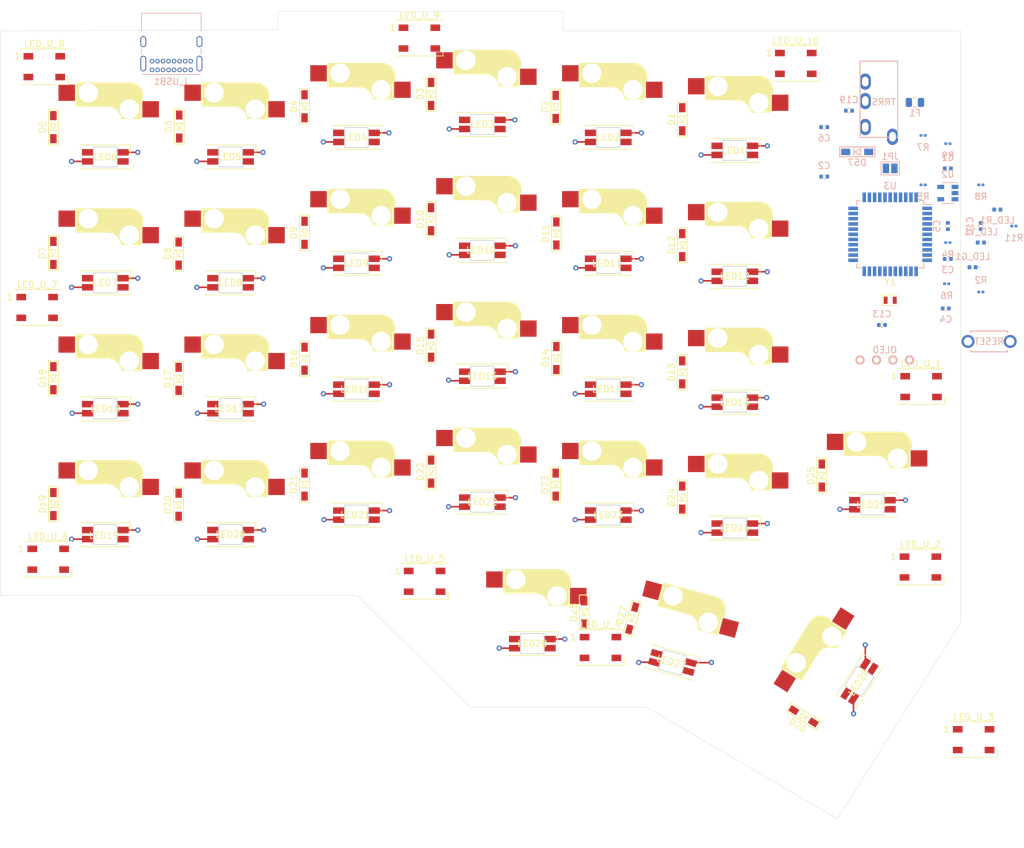
<source format=kicad_pcb>
(kicad_pcb (version 20171130) (host pcbnew 5.1.9+dfsg1-1)
  (layers (0 F.Cu signal) (1 In1.Cu power) (2 In2.Cu power) (31 B.Cu signal) (34 B.Paste user) (35 F.Paste user) (36 B.SilkS user) (37 F.SilkS user) (38 B.Mask user) (39 F.Mask user) (44 Edge.Cuts user))
  (net 0 "")
  (net 1 "Net-(C1-Pad2)")
  (net 2 GND)
  (net 3 "Net-(C2-Pad2)")
  (net 4 VCC)
  (net 5 "Net-(C4-Pad2)")
  (net 6 "Net-(C5-Pad2)")
  (net 7 UVCC)
  (net 8 "Net-(C19-Pad1)")
  (net 9 "Net-(D1-Pad2)")
  (net 10 row0)
  (net 11 "Net-(D2-Pad2)")
  (net 12 "Net-(D3-Pad2)")
  (net 13 "Net-(D4-Pad2)")
  (net 14 "Net-(D5-Pad2)")
  (net 15 "Net-(D6-Pad2)")
  (net 16 "Net-(D7-Pad2)")
  (net 17 row1)
  (net 18 "Net-(D8-Pad2)")
  (net 19 "Net-(D9-Pad2)")
  (net 20 "Net-(D10-Pad2)")
  (net 21 "Net-(D11-Pad2)")
  (net 22 "Net-(D12-Pad2)")
  (net 23 "Net-(D13-Pad2)")
  (net 24 row2)
  (net 25 "Net-(D14-Pad2)")
  (net 26 "Net-(D15-Pad2)")
  (net 27 "Net-(D16-Pad2)")
  (net 28 "Net-(D17-Pad2)")
  (net 29 "Net-(D18-Pad2)")
  (net 30 "Net-(D19-Pad2)")
  (net 31 row3)
  (net 32 "Net-(D20-Pad2)")
  (net 33 "Net-(D21-Pad2)")
  (net 34 "Net-(D22-Pad2)")
  (net 35 "Net-(D23-Pad2)")
  (net 36 "Net-(D24-Pad2)")
  (net 37 "Net-(D25-Pad2)")
  (net 38 row4)
  (net 39 "Net-(D26-Pad2)")
  (net 40 "Net-(D27-Pad2)")
  (net 41 "Net-(D28-Pad2)")
  (net 42 "Net-(D57-Pad2)")
  (net 43 RXI)
  (net 44 SCL)
  (net 45 SDA)
  (net 46 "Net-(J_USB1-PadA6)")
  (net 47 "Net-(J_USB1-PadB5)")
  (net 48 "Net-(J_USB1-PadB8)")
  (net 49 "Net-(J_USB1-PadA7)")
  (net 50 "Net-(J_USB1-PadA8)")
  (net 51 "Net-(J_USB1-PadA5)")
  (net 52 "Net-(LED1-Pad2)")
  (net 53 "Net-(LED1-Pad4)")
  (net 54 "Net-(LED2-Pad2)")
  (net 55 "Net-(LED3-Pad2)")
  (net 56 "Net-(LED4-Pad2)")
  (net 57 "Net-(LED5-Pad2)")
  (net 58 "Net-(LED6-Pad2)")
  (net 59 "Net-(LED7-Pad2)")
  (net 60 "Net-(LED8-Pad2)")
  (net 61 "Net-(LED10-Pad4)")
  (net 62 "Net-(LED10-Pad2)")
  (net 63 "Net-(LED11-Pad2)")
  (net 64 "Net-(LED12-Pad2)")
  (net 65 "Net-(LED13-Pad2)")
  (net 66 "Net-(LED14-Pad2)")
  (net 67 "Net-(LED15-Pad2)")
  (net 68 "Net-(LED16-Pad2)")
  (net 69 "Net-(LED17-Pad2)")
  (net 70 "Net-(LED18-Pad2)")
  (net 71 "Net-(LED19-Pad2)")
  (net 72 "Net-(LED20-Pad2)")
  (net 73 "Net-(LED21-Pad2)")
  (net 74 "Net-(LED22-Pad2)")
  (net 75 "Net-(LED23-Pad2)")
  (net 76 "Net-(LED24-Pad2)")
  (net 77 "Net-(LED25-Pad2)")
  (net 78 "Net-(LED26-Pad2)")
  (net 79 "Net-(LED27-Pad2)")
  (net 80 "Net-(LED28-Pad2)")
  (net 81 "Net-(LED_G1-Pad2)")
  (net 82 "Net-(LED_R1-Pad2)")
  (net 83 "Net-(LED_U_1-Pad2)")
  (net 84 TXO)
  (net 85 "Net-(LED_U_2-Pad2)")
  (net 86 "Net-(LED_U_3-Pad2)")
  (net 87 "Net-(LED_U_4-Pad2)")
  (net 88 "Net-(LED_U_5-Pad2)")
  (net 89 "Net-(LED_U_6-Pad2)")
  (net 90 "Net-(LED_U_7-Pad2)")
  (net 91 "Net-(LED_U_8-Pad2)")
  (net 92 "Net-(LED_U_10-Pad4)")
  (net 93 "Net-(LED_Y1-Pad2)")
  (net 94 RESET)
  (net 95 "Net-(R4-Pad1)")
  (net 96 D+)
  (net 97 "Net-(R6-Pad1)")
  (net 98 D-)
  (net 99 col5)
  (net 100 col4)
  (net 101 col3)
  (net 102 col2)
  (net 103 col1)
  (net 104 col0)
  (net 105 "Net-(U2-Pad4)")
  (net 106 "Net-(U3-Pad41)")
  (net 107 "Net-(U3-Pad40)")
  (net 108 "Net-(U3-Pad32)")
  (net 109 "Net-(U3-Pad30)")
  (net 110 "Net-(U3-Pad29)")
  (net 111 "Net-(U3-Pad26)")
  (net 112 "Net-(U3-Pad12)")
  (net 113 "Net-(U3-Pad10)")
  (module kbd:D3_SMD_v2 (layer B.Cu) (at 226.06 36.83)
    (fp_text reference D57 (at 0 1.65) (layer B.SilkS) (effects (justify mirror)))
    (fp_text value Diode)
    (pad 2 smd rect (at 1.775 0) (size 1.4 1) (layers B.Cu B.Paste B.Mask) (net 42 "Net-(D57-Pad2)"))
    (pad 1 smd rect (at -1.775 0) (size 1.4 1) (layers B.Cu B.Paste B.Mask) (net 8 "Net-(C19-Pad1)"))
  )
  (module kbd:D3_SMD_v2 (layer F.Cu) (at 184 107.8 90)
    (fp_text reference D28 (at 0 -1.65 90) (layer F.SilkS))
    (fp_text value D)
    (pad 2 smd rect (at 1.775 0 90) (size 1.4 1) (layers F.Cu F.Paste F.Mask) (net 41 "Net-(D28-Pad2)"))
    (pad 1 smd rect (at -1.775 0 90) (size 1.4 1) (layers F.Cu F.Paste F.Mask) (net 38 row4))
  )
  (module kbd:D3_SMD_v2 (layer F.Cu) (at 191.4 108.7 75)
    (fp_text reference D27 (at 0 -1.65 75) (layer F.SilkS))
    (fp_text value D)
    (pad 2 smd rect (at 1.775 0 75) (size 1.4 1) (layers F.Cu F.Paste F.Mask) (net 40 "Net-(D27-Pad2)"))
    (pad 1 smd rect (at -1.775 0 75) (size 1.4 1) (layers F.Cu F.Paste F.Mask) (net 38 row4))
  )
  (module kbd:D3_SMD_v2 (layer F.Cu) (at 217.8 123.8 148)
    (fp_text reference D26 (at 0 -1.65 148) (layer F.SilkS))
    (fp_text value D)
    (pad 2 smd rect (at 1.775 0 148) (size 1.4 1) (layers F.Cu F.Paste F.Mask) (net 39 "Net-(D26-Pad2)"))
    (pad 1 smd rect (at -1.775 0 148) (size 1.4 1) (layers F.Cu F.Paste F.Mask) (net 38 row4))
  )
  (module kbd:D3_SMD_v2 (layer F.Cu) (at 220.6 86.7 90)
    (fp_text reference D25 (at 0 -1.65 90) (layer F.SilkS))
    (fp_text value D)
    (pad 2 smd rect (at 1.775 0 90) (size 1.4 1) (layers F.Cu F.Paste F.Mask) (net 37 "Net-(D25-Pad2)"))
    (pad 1 smd rect (at -1.775 0 90) (size 1.4 1) (layers F.Cu F.Paste F.Mask) (net 38 row4))
  )
  (module kbd:D3_SMD_v2 (layer F.Cu) (at 199.1 90.1 90)
    (fp_text reference D24 (at 0 -1.65 90) (layer F.SilkS))
    (fp_text value D)
    (pad 2 smd rect (at 1.775 0 90) (size 1.4 1) (layers F.Cu F.Paste F.Mask) (net 36 "Net-(D24-Pad2)"))
    (pad 1 smd rect (at -1.775 0 90) (size 1.4 1) (layers F.Cu F.Paste F.Mask) (net 31 row3))
  )
  (module kbd:D3_SMD_v2 (layer F.Cu) (at 179.6 88.1 90)
    (fp_text reference D23 (at 0 -1.65 90) (layer F.SilkS))
    (fp_text value D)
    (pad 2 smd rect (at 1.775 0 90) (size 1.4 1) (layers F.Cu F.Paste F.Mask) (net 35 "Net-(D23-Pad2)"))
    (pad 1 smd rect (at -1.775 0 90) (size 1.4 1) (layers F.Cu F.Paste F.Mask) (net 31 row3))
  )
  (module kbd:D3_SMD_v2 (layer F.Cu) (at 160.4 86.1 90)
    (fp_text reference D22 (at 0 -1.65 90) (layer F.SilkS))
    (fp_text value D)
    (pad 2 smd rect (at 1.775 0 90) (size 1.4 1) (layers F.Cu F.Paste F.Mask) (net 34 "Net-(D22-Pad2)"))
    (pad 1 smd rect (at -1.775 0 90) (size 1.4 1) (layers F.Cu F.Paste F.Mask) (net 31 row3))
  )
  (module kbd:D3_SMD_v2 (layer F.Cu) (at 140.9 88.1 90)
    (fp_text reference D21 (at 0 -1.65 90) (layer F.SilkS))
    (fp_text value D)
    (pad 2 smd rect (at 1.775 0 90) (size 1.4 1) (layers F.Cu F.Paste F.Mask) (net 33 "Net-(D21-Pad2)"))
    (pad 1 smd rect (at -1.775 0 90) (size 1.4 1) (layers F.Cu F.Paste F.Mask) (net 31 row3))
  )
  (module kbd:D3_SMD_v2 (layer F.Cu) (at 121.5 91.2 90)
    (fp_text reference D20 (at 0 -1.65 90) (layer F.SilkS))
    (fp_text value D)
    (pad 2 smd rect (at 1.775 0 90) (size 1.4 1) (layers F.Cu F.Paste F.Mask) (net 32 "Net-(D20-Pad2)"))
    (pad 1 smd rect (at -1.775 0 90) (size 1.4 1) (layers F.Cu F.Paste F.Mask) (net 31 row3))
  )
  (module kbd:D3_SMD_v2 (layer F.Cu) (at 102.2 91.1 90)
    (fp_text reference D19 (at 0 -1.65 90) (layer F.SilkS))
    (fp_text value D)
    (pad 2 smd rect (at 1.775 0 90) (size 1.4 1) (layers F.Cu F.Paste F.Mask) (net 30 "Net-(D19-Pad2)"))
    (pad 1 smd rect (at -1.775 0 90) (size 1.4 1) (layers F.Cu F.Paste F.Mask) (net 31 row3))
  )
  (module kbd:D3_SMD_v2 (layer F.Cu) (at 102.2 71.7 90)
    (fp_text reference D18 (at 0 -1.65 90) (layer F.SilkS))
    (fp_text value D)
    (pad 2 smd rect (at 1.775 0 90) (size 1.4 1) (layers F.Cu F.Paste F.Mask) (net 29 "Net-(D18-Pad2)"))
    (pad 1 smd rect (at -1.775 0 90) (size 1.4 1) (layers F.Cu F.Paste F.Mask) (net 24 row2))
  )
  (module kbd:D3_SMD_v2 (layer F.Cu) (at 121.5 71.8 90)
    (fp_text reference D17 (at 0 -1.65 90) (layer F.SilkS))
    (fp_text value D)
    (pad 2 smd rect (at 1.775 0 90) (size 1.4 1) (layers F.Cu F.Paste F.Mask) (net 28 "Net-(D17-Pad2)"))
    (pad 1 smd rect (at -1.775 0 90) (size 1.4 1) (layers F.Cu F.Paste F.Mask) (net 24 row2))
  )
  (module kbd:D3_SMD_v2 (layer F.Cu) (at 140.9 68.7 90)
    (fp_text reference D16 (at 0 -1.65 90) (layer F.SilkS))
    (fp_text value D)
    (pad 2 smd rect (at 1.775 0 90) (size 1.4 1) (layers F.Cu F.Paste F.Mask) (net 27 "Net-(D16-Pad2)"))
    (pad 1 smd rect (at -1.775 0 90) (size 1.4 1) (layers F.Cu F.Paste F.Mask) (net 24 row2))
  )
  (module kbd:D3_SMD_v2 (layer F.Cu) (at 160.4 66.7 90)
    (fp_text reference D15 (at 0 -1.65 90) (layer F.SilkS))
    (fp_text value D)
    (pad 2 smd rect (at 1.775 0 90) (size 1.4 1) (layers F.Cu F.Paste F.Mask) (net 26 "Net-(D15-Pad2)"))
    (pad 1 smd rect (at -1.775 0 90) (size 1.4 1) (layers F.Cu F.Paste F.Mask) (net 24 row2))
  )
  (module kbd:D3_SMD_v2 (layer F.Cu) (at 179.7 68.6 90)
    (fp_text reference D14 (at 0 -1.65 90) (layer F.SilkS))
    (fp_text value D)
    (pad 2 smd rect (at 1.775 0 90) (size 1.4 1) (layers F.Cu F.Paste F.Mask) (net 25 "Net-(D14-Pad2)"))
    (pad 1 smd rect (at -1.775 0 90) (size 1.4 1) (layers F.Cu F.Paste F.Mask) (net 24 row2))
  )
  (module kbd:D3_SMD_v2 (layer F.Cu) (at 199.1 70.8 90)
    (fp_text reference D13 (at 0 -1.65 90) (layer F.SilkS))
    (fp_text value D)
    (pad 2 smd rect (at 1.775 0 90) (size 1.4 1) (layers F.Cu F.Paste F.Mask) (net 23 "Net-(D13-Pad2)"))
    (pad 1 smd rect (at -1.775 0 90) (size 1.4 1) (layers F.Cu F.Paste F.Mask) (net 24 row2))
  )
  (module kbd:D3_SMD_v2 (layer F.Cu) (at 199.1 51.2 90)
    (fp_text reference D12 (at 0 -1.65 90) (layer F.SilkS))
    (fp_text value D)
    (pad 2 smd rect (at 1.775 0 90) (size 1.4 1) (layers F.Cu F.Paste F.Mask) (net 22 "Net-(D12-Pad2)"))
    (pad 1 smd rect (at -1.775 0 90) (size 1.4 1) (layers F.Cu F.Paste F.Mask) (net 17 row1))
  )
  (module kbd:D3_SMD_v2 (layer F.Cu) (at 179.7 49.4 90)
    (fp_text reference D11 (at 0 -1.65 90) (layer F.SilkS))
    (fp_text value D)
    (pad 2 smd rect (at 1.775 0 90) (size 1.4 1) (layers F.Cu F.Paste F.Mask) (net 21 "Net-(D11-Pad2)"))
    (pad 1 smd rect (at -1.775 0 90) (size 1.4 1) (layers F.Cu F.Paste F.Mask) (net 17 row1))
  )
  (module kbd:D3_SMD_v2 (layer F.Cu) (at 160.4 47.2 90)
    (fp_text reference D10 (at 0 -1.65 90) (layer F.SilkS))
    (fp_text value D)
    (pad 2 smd rect (at 1.775 0 90) (size 1.4 1) (layers F.Cu F.Paste F.Mask) (net 20 "Net-(D10-Pad2)"))
    (pad 1 smd rect (at -1.775 0 90) (size 1.4 1) (layers F.Cu F.Paste F.Mask) (net 17 row1))
  )
  (module kbd:D3_SMD_v2 (layer F.Cu) (at 140.9 49.3 90)
    (fp_text reference D9 (at 0 -1.65 90) (layer F.SilkS))
    (fp_text value D)
    (pad 2 smd rect (at 1.775 0 90) (size 1.4 1) (layers F.Cu F.Paste F.Mask) (net 19 "Net-(D9-Pad2)"))
    (pad 1 smd rect (at -1.775 0 90) (size 1.4 1) (layers F.Cu F.Paste F.Mask) (net 17 row1))
  )
  (module kbd:D3_SMD_v2 (layer F.Cu) (at 121.5 52.5 90)
    (fp_text reference D8 (at 0 -1.65 90) (layer F.SilkS))
    (fp_text value D)
    (pad 2 smd rect (at 1.775 0 90) (size 1.4 1) (layers F.Cu F.Paste F.Mask) (net 18 "Net-(D8-Pad2)"))
    (pad 1 smd rect (at -1.775 0 90) (size 1.4 1) (layers F.Cu F.Paste F.Mask) (net 17 row1))
  )
  (module kbd:D3_SMD_v2 (layer F.Cu) (at 102.2 52.4 90)
    (fp_text reference D7 (at 0 -1.65 90) (layer F.SilkS))
    (fp_text value D)
    (pad 2 smd rect (at 1.775 0 90) (size 1.4 1) (layers F.Cu F.Paste F.Mask) (net 16 "Net-(D7-Pad2)"))
    (pad 1 smd rect (at -1.775 0 90) (size 1.4 1) (layers F.Cu F.Paste F.Mask) (net 17 row1))
  )
  (module kbd:D3_SMD_v2 (layer F.Cu) (at 102.2 33.02 90)
    (fp_text reference D6 (at 0 -1.65 90) (layer F.SilkS))
    (fp_text value D)
    (pad 2 smd rect (at 1.775 0 90) (size 1.4 1) (layers F.Cu F.Paste F.Mask) (net 15 "Net-(D6-Pad2)"))
    (pad 1 smd rect (at -1.775 0 90) (size 1.4 1) (layers F.Cu F.Paste F.Mask) (net 10 row0))
  )
  (module kbd:D3_SMD_v2 (layer F.Cu) (at 121.6 32.925 90)
    (fp_text reference D5 (at 0 -1.65 90) (layer F.SilkS))
    (fp_text value D)
    (pad 2 smd rect (at 1.775 0 90) (size 1.4 1) (layers F.Cu F.Paste F.Mask) (net 14 "Net-(D5-Pad2)"))
    (pad 1 smd rect (at -1.775 0 90) (size 1.4 1) (layers F.Cu F.Paste F.Mask) (net 10 row0))
  )
  (module kbd:D3_SMD_v2 (layer F.Cu) (at 140.9 29.8 90)
    (fp_text reference D4 (at 0 -1.65 90) (layer F.SilkS))
    (fp_text value D)
    (pad 2 smd rect (at 1.775 0 90) (size 1.4 1) (layers F.Cu F.Paste F.Mask) (net 13 "Net-(D4-Pad2)"))
    (pad 1 smd rect (at -1.775 0 90) (size 1.4 1) (layers F.Cu F.Paste F.Mask) (net 10 row0))
  )
  (module kbd:D3_SMD_v2 (layer F.Cu) (at 160.4 27.9 90)
    (fp_text reference D3 (at 0 -1.65 90) (layer F.SilkS))
    (fp_text value D)
    (pad 2 smd rect (at 1.775 0 90) (size 1.4 1) (layers F.Cu F.Paste F.Mask) (net 12 "Net-(D3-Pad2)"))
    (pad 1 smd rect (at -1.775 0 90) (size 1.4 1) (layers F.Cu F.Paste F.Mask) (net 10 row0))
  )
  (module kbd:D3_SMD_v2 (layer F.Cu) (at 179.6 29.9 90)
    (fp_text reference D2 (at 0 -1.65 90) (layer F.SilkS))
    (fp_text value D)
    (pad 2 smd rect (at 1.775 0 90) (size 1.4 1) (layers F.Cu F.Paste F.Mask) (net 11 "Net-(D2-Pad2)"))
    (pad 1 smd rect (at -1.775 0 90) (size 1.4 1) (layers F.Cu F.Paste F.Mask) (net 10 row0))
  )
  (module kbd:D3_SMD_v2 (layer F.Cu) (at 199.1 31.8 90)
    (fp_text reference D1 (at 0 -1.65 90) (layer F.SilkS))
    (fp_text value D)
    (pad 2 smd rect (at 1.775 0 90) (size 1.4 1) (layers F.Cu F.Paste F.Mask) (net 9 "Net-(D1-Pad2)"))
    (pad 1 smd rect (at -1.775 0 90) (size 1.4 1) (layers F.Cu F.Paste F.Mask) (net 10 row0))
  )
  (module kbd:M2_HOLE_v2 (layer F.Cu) (at 197.4 40.2)
    (fp_text reference Ref** hide)
    (fp_text value Val** hide)
    (pad "" np_thru_hole circle (at 0 0) (size 4.3 4.3) (drill 4.3) (layers *.Cu *.Mask))
  )
  (module kbd:M2_HOLE_v2 (layer F.Cu) (at 119.8 42.4)
    (fp_text reference Ref** hide)
    (fp_text value Val** hide)
    (pad "" np_thru_hole circle (at 0 0) (size 4.3 4.3) (drill 4.3) (layers *.Cu *.Mask))
  )
  (module kbd:M2_HOLE_v2 (layer F.Cu) (at 119.8 81.4)
    (fp_text reference Ref** hide)
    (fp_text value Val** hide)
    (pad "" np_thru_hole circle (at 0 0) (size 4.3 4.3) (drill 4.3) (layers *.Cu *.Mask))
  )
  (module kbd:M2_HOLE_v2 (layer F.Cu) (at 150.8 101.4)
    (fp_text reference Ref** hide)
    (fp_text value Val** hide)
    (pad "" np_thru_hole circle (at 0 0) (size 4.3 4.3) (drill 4.3) (layers *.Cu *.Mask))
  )
  (module kbd:M2_HOLE_v2 (layer F.Cu) (at 213.4 106)
    (fp_text reference Ref** hide)
    (fp_text value Val** hide)
    (pad "" np_thru_hole circle (at 0 0) (size 4.3 4.3) (drill 4.3) (layers *.Cu *.Mask))
  )
  (module Capacitor_SMD:C_0402_1005Metric (layer B.Cu) (at 224.79 30.48 180)
    (fp_text reference C19 (at 0 1.68) (layer B.SilkS) (effects (justify mirror)))
    (fp_text value 10uF)
    (pad 2 smd roundrect (at 0.48 0 180) (size 0.56 0.62) (layers B.Cu B.Paste B.Mask) (net 2 GND))
    (pad 1 smd roundrect (at -0.48 0 180) (size 0.56 0.62) (layers B.Cu B.Paste B.Mask) (net 8 "Net-(C19-Pad1)"))
  )
  (module Capacitor_SMD:C_0402_1005Metric (layer B.Cu) (at 229.87 63.5 180)
    (fp_text reference C13 (at 0 1.68) (layer B.SilkS) (effects (justify mirror)))
    (fp_text value 10uF)
    (pad 2 smd roundrect (at 0.48 0 180) (size 0.56 0.62) (layers B.Cu B.Paste B.Mask) (net 2 GND))
    (pad 1 smd roundrect (at -0.48 0 180) (size 0.56 0.62) (layers B.Cu B.Paste B.Mask) (net 4 VCC))
  )
  (module Capacitor_SMD:C_0402_1005Metric (layer B.Cu) (at 245.11 48.26 270)
    (fp_text reference C10 (at 0 1.68 90) (layer B.SilkS) (effects (justify mirror)))
    (fp_text value 1uF)
    (pad 2 smd roundrect (at 0.48 0 270) (size 0.56 0.62) (layers B.Cu B.Paste B.Mask) (net 4 VCC))
    (pad 1 smd roundrect (at -0.48 0 270) (size 0.56 0.62) (layers B.Cu B.Paste B.Mask) (net 2 GND))
  )
  (module Capacitor_SMD:C_0402_1005Metric (layer B.Cu) (at 220.98 33.02)
    (fp_text reference C6 (at 0 1.68) (layer B.SilkS) (effects (justify mirror)))
    (fp_text value 1uF)
    (pad 2 smd roundrect (at 0.48 0) (size 0.56 0.62) (layers B.Cu B.Paste B.Mask) (net 2 GND))
    (pad 1 smd roundrect (at -0.48 0) (size 0.56 0.62) (layers B.Cu B.Paste B.Mask) (net 7 UVCC))
  )
  (module Capacitor_SMD:C_0402_1005Metric (layer B.Cu) (at 240.03 48.26 270)
    (fp_text reference C5 (at 0 1.68 90) (layer B.SilkS) (effects (justify mirror)))
    (fp_text value 1uF)
    (pad 2 smd roundrect (at 0.48 0 270) (size 0.56 0.62) (layers B.Cu B.Paste B.Mask) (net 6 "Net-(C5-Pad2)"))
    (pad 1 smd roundrect (at -0.48 0 270) (size 0.56 0.62) (layers B.Cu B.Paste B.Mask) (net 2 GND))
  )
  (module Capacitor_SMD:C_0402_1005Metric (layer B.Cu) (at 239.71 60.96)
    (fp_text reference C4 (at 0 1.68) (layer B.SilkS) (effects (justify mirror)))
    (fp_text value 22pF)
    (pad 2 smd roundrect (at 0.48 0) (size 0.56 0.62) (layers B.Cu B.Paste B.Mask) (net 5 "Net-(C4-Pad2)"))
    (pad 1 smd roundrect (at -0.48 0) (size 0.56 0.62) (layers B.Cu B.Paste B.Mask) (net 2 GND))
  )
  (module Capacitor_SMD:C_0402_1005Metric (layer B.Cu) (at 240.02 53.33)
    (fp_text reference C3 (at 0 1.68) (layer B.SilkS) (effects (justify mirror)))
    (fp_text value 0.1uF)
    (pad 2 smd roundrect (at 0.48 0) (size 0.56 0.62) (layers B.Cu B.Paste B.Mask) (net 4 VCC))
    (pad 1 smd roundrect (at -0.48 0) (size 0.56 0.62) (layers B.Cu B.Paste B.Mask) (net 2 GND))
  )
  (module Capacitor_SMD:C_0402_1005Metric (layer B.Cu) (at 220.98 40.64 180)
    (fp_text reference C2 (at 0 1.68) (layer B.SilkS) (effects (justify mirror)))
    (fp_text value 22pF)
    (pad 2 smd roundrect (at 0.48 0 180) (size 0.56 0.62) (layers B.Cu B.Paste B.Mask) (net 3 "Net-(C2-Pad2)"))
    (pad 1 smd roundrect (at -0.48 0 180) (size 0.56 0.62) (layers B.Cu B.Paste B.Mask) (net 2 GND))
  )
  (module Capacitor_SMD:C_0402_1005Metric (layer B.Cu) (at 240.03 39.37 180)
    (fp_text reference C1 (at 0 1.68) (layer B.SilkS) (effects (justify mirror)))
    (fp_text value 0.1uF)
    (pad 2 smd roundrect (at 0.48 0 180) (size 0.56 0.62) (layers B.Cu B.Paste B.Mask) (net 1 "Net-(C1-Pad2)"))
    (pad 1 smd roundrect (at -0.48 0 180) (size 0.56 0.62) (layers B.Cu B.Paste B.Mask) (net 2 GND))
  )
  (module Resistor_SMD:R_0201_0603Metric (layer B.Cu) (at 250.19 48.26)
    (fp_text reference R11 (at 0 1.82) (layer B.SilkS) (effects (justify mirror)))
    (fp_text value 1K)
    (pad 2 smd roundrect (at 0.32 0) (size 0.46 0.4) (layers B.Cu B.Mask) (net 82 "Net-(LED_R1-Pad2)"))
    (pad 1 smd roundrect (at -0.32 0) (size 0.46 0.4) (layers B.Cu B.Mask) (net 4 VCC))
  )
  (module Resistor_SMD:R_0201_0603Metric (layer B.Cu) (at 240.03 35.56)
    (fp_text reference R9 (at 0 1.82) (layer B.SilkS) (effects (justify mirror)))
    (fp_text value 5.1K)
    (pad 2 smd roundrect (at 0.32 0) (size 0.46 0.4) (layers B.Cu B.Mask) (net 2 GND))
    (pad 1 smd roundrect (at -0.32 0) (size 0.46 0.4) (layers B.Cu B.Mask) (net 51 "Net-(J_USB1-PadA5)"))
  )
  (module Resistor_SMD:R_0201_0603Metric (layer B.Cu) (at 245.11 41.91)
    (fp_text reference R8 (at 0 1.82) (layer B.SilkS) (effects (justify mirror)))
    (fp_text value 5.1K)
    (pad 2 smd roundrect (at 0.32 0) (size 0.46 0.4) (layers B.Cu B.Mask) (net 2 GND))
    (pad 1 smd roundrect (at -0.32 0) (size 0.46 0.4) (layers B.Cu B.Mask) (net 47 "Net-(J_USB1-PadB5)"))
  )
  (module Resistor_SMD:R_0201_0603Metric (layer B.Cu) (at 236.22 34.29)
    (fp_text reference R7 (at 0 1.82) (layer B.SilkS) (effects (justify mirror)))
    (fp_text value 22)
    (pad 2 smd roundrect (at 0.32 0) (size 0.46 0.4) (layers B.Cu B.Mask) (net 98 D-))
    (pad 1 smd roundrect (at -0.32 0) (size 0.46 0.4) (layers B.Cu B.Mask) (net 49 "Net-(J_USB1-PadA7)"))
  )
  (module Resistor_SMD:R_0201_0603Metric (layer B.Cu) (at 236.22 41.91)
    (fp_text reference R5 (at 0 1.82) (layer B.SilkS) (effects (justify mirror)))
    (fp_text value 22)
    (pad 2 smd roundrect (at 0.32 0) (size 0.46 0.4) (layers B.Cu B.Mask) (net 96 D+))
    (pad 1 smd roundrect (at -0.32 0) (size 0.46 0.4) (layers B.Cu B.Mask) (net 46 "Net-(J_USB1-PadA6)"))
  )
  (module Resistor_SMD:R_0201_0603Metric (layer B.Cu) (at 240.03 50.8)
    (fp_text reference R4 (at 0 1.82) (layer B.SilkS) (effects (justify mirror)))
    (fp_text value 330)
    (pad 2 smd roundrect (at 0.32 0) (size 0.46 0.4) (layers B.Cu B.Mask) (net 93 "Net-(LED_Y1-Pad2)"))
    (pad 1 smd roundrect (at -0.32 0) (size 0.46 0.4) (layers B.Cu B.Mask) (net 95 "Net-(R4-Pad1)"))
  )
  (module Resistor_SMD:R_0201_0603Metric (layer B.Cu) (at 245.11 58.42 180)
    (fp_text reference R2 (at 0 1.82) (layer B.SilkS) (effects (justify mirror)))
    (fp_text value 10K)
    (pad 2 smd roundrect (at 0.32 0 180) (size 0.46 0.4) (layers B.Cu B.Mask) (net 94 RESET))
    (pad 1 smd roundrect (at -0.32 0 180) (size 0.46 0.4) (layers B.Cu B.Mask) (net 4 VCC))
  )
  (module Resistor_SMD:R_0201_0603Metric (layer B.Cu) (at 239.8375 57.15)
    (fp_text reference R6 (at 0 1.82) (layer B.SilkS) (effects (justify mirror)))
    (fp_text value 330)
    (pad 2 smd roundrect (at 0.32 0) (size 0.46 0.4) (layers B.Cu B.Mask) (net 81 "Net-(LED_G1-Pad2)"))
    (pad 1 smd roundrect (at -0.32 0) (size 0.46 0.4) (layers B.Cu B.Mask) (net 97 "Net-(R6-Pad1)"))
  )
  (module LED_SMD:LED_0402_1005Metric (layer B.Cu) (at 245.11 50.8 180)
    (fp_text reference LED_Y1 (at 0 1.65) (layer B.SilkS) (effects (justify mirror)))
    (fp_text value Yellow)
    (pad 2 smd roundrect (at 0.485 0 180) (size 0.59 0.64) (layers B.Cu B.Paste B.Mask) (net 93 "Net-(LED_Y1-Pad2)"))
    (pad 1 smd roundrect (at -0.485 0 180) (size 0.59 0.64) (layers B.Cu B.Paste B.Mask) (net 4 VCC))
  )
  (module LED_SMD:LED_0402_1005Metric (layer B.Cu) (at 247.65 45.72)
    (fp_text reference LED_R1 (at 0 1.65) (layer B.SilkS) (effects (justify mirror)))
    (fp_text value RED)
    (pad 2 smd roundrect (at 0.485 0) (size 0.59 0.64) (layers B.Cu B.Paste B.Mask) (net 82 "Net-(LED_R1-Pad2)"))
    (pad 1 smd roundrect (at -0.485 0) (size 0.59 0.64) (layers B.Cu B.Paste B.Mask) (net 2 GND))
  )
  (module LED_SMD:LED_0402_1005Metric (layer B.Cu) (at 243.84 54.61 180)
    (fp_text reference LED_G1 (at 0 1.65) (layer B.SilkS) (effects (justify mirror)))
    (fp_text value Green)
    (pad 2 smd roundrect (at 0.485 0 180) (size 0.59 0.64) (layers B.Cu B.Paste B.Mask) (net 81 "Net-(LED_G1-Pad2)"))
    (pad 1 smd roundrect (at -0.485 0 180) (size 0.59 0.64) (layers B.Cu B.Paste B.Mask) (net 4 VCC))
  )
  (module Crystal:Crystal_SMD_2012-2Pin_2.0x1.2mm (layer F.Cu) (at 231.14 59.69)
    (fp_text reference Y1 (at 0 -2.8) (layer F.SilkS))
    (fp_text value 16MHz)
    (pad 2 smd rect (at 0.7 0) (size 0.6 1.1) (layers F.Cu F.Paste F.Mask) (net 3 "Net-(C2-Pad2)"))
    (pad 1 smd rect (at -0.7 0) (size 0.6 1.1) (layers F.Cu F.Paste F.Mask) (net 5 "Net-(C4-Pad2)"))
  )
  (module kbd:MJ-4PP-9_1side (layer B.Cu) (at 229.4 22.7 180)
    (fp_text reference J1)
    (fp_text value MJ-4PP-9 hide)
    (fp_text user TRRS (at -0.75 -6.45) (layer B.SilkS) (effects (justify mirror)))
    (pad "" np_thru_hole circle (at 0 -1.5 180) (size 1.2 1.2) (drill 1.2) (layers *.Cu *.Mask))
    (pad "" np_thru_hole circle (at 0 -8.5 180) (size 1.2 1.2) (drill 1.2) (layers *.Cu *.Mask))
    (pad B thru_hole oval (at 2.1 -3.3 180) (size 1.7 2.5) (drill oval 1 1.5) (layers *.Cu F.Mask))
    (pad C thru_hole oval (at 2.1 -6.3 180) (size 1.7 2.5) (drill oval 1 1.5) (layers *.Cu F.Mask))
    (pad D thru_hole oval (at 2.1 -10.3 180) (size 1.7 2.5) (drill oval 1 1.5) (layers *.Cu F.Mask) (clearance 0.15))
    (pad A thru_hole oval (at -2.1 -11.8 180) (size 1.7 2.5) (drill oval 1 1.5) (layers *.Cu F.Mask) (clearance 0.15))
  )
  (module kbd:CherryMX_Hotswap_1.5u (layer B.Cu) (at 222.3 116.1 238)
    (fp_text reference SW26 hide)
    (fp_text value SW_PUSH hide)
    (pad 1 smd rect (at -7.085 2.54 58) (size 2.55 2.5) (layers F.Cu F.Paste F.Mask) (net 100 col4))
    (pad "" np_thru_hole circle (at 0 0 148) (size 4.1 4.1) (drill 4.1) (layers *.Cu *.Mask))
    (pad "" np_thru_hole circle (at 5.08 0 238) (size 1.9 1.9) (drill 1.9) (layers *.Cu *.Mask))
    (pad "" np_thru_hole circle (at -5.08 0 238) (size 1.9 1.9) (drill 1.9) (layers *.Cu *.Mask))
    (pad 2 smd rect (at 5.842 5.08 58) (size 2.55 2.5) (layers F.Cu F.Paste F.Mask) (net 39 "Net-(D26-Pad2)"))
    (pad "" np_thru_hole circle (at -3.81 2.54 238) (size 3 3) (drill 3) (layers *.Cu *.Mask))
    (pad "" np_thru_hole circle (at 2.54 5.08 238) (size 3 3) (drill 3) (layers *.Cu *.Mask))
  )
  (module Package_QFP:TQFP-44_10x10mm_P0.8mm (layer B.Cu) (at 231.14 49.53 180)
    (fp_text reference U3 (at 0 7.45) (layer B.SilkS) (effects (justify mirror)))
    (fp_text value ATmega32U4-AU)
    (pad 44 smd rect (at -4 5.7 90) (size 1.5 0.55) (layers B.Cu B.Paste B.Mask) (net 4 VCC))
    (pad 43 smd rect (at -3.2 5.7 90) (size 1.5 0.55) (layers B.Cu B.Paste B.Mask) (net 2 GND))
    (pad 42 smd rect (at -2.4 5.7 90) (size 1.5 0.55) (layers B.Cu B.Paste B.Mask) (net 1 "Net-(C1-Pad2)"))
    (pad 41 smd rect (at -1.6 5.7 90) (size 1.5 0.55) (layers B.Cu B.Paste B.Mask) (net 106 "Net-(U3-Pad41)"))
    (pad 40 smd rect (at -0.8 5.7 90) (size 1.5 0.55) (layers B.Cu B.Paste B.Mask) (net 107 "Net-(U3-Pad40)"))
    (pad 39 smd rect (at 0 5.7 90) (size 1.5 0.55) (layers B.Cu B.Paste B.Mask) (net 104 col0))
    (pad 38 smd rect (at 0.8 5.7 90) (size 1.5 0.55) (layers B.Cu B.Paste B.Mask) (net 103 col1))
    (pad 37 smd rect (at 1.6 5.7 90) (size 1.5 0.55) (layers B.Cu B.Paste B.Mask) (net 102 col2))
    (pad 36 smd rect (at 2.4 5.7 90) (size 1.5 0.55) (layers B.Cu B.Paste B.Mask) (net 101 col3))
    (pad 35 smd rect (at 3.2 5.7 90) (size 1.5 0.55) (layers B.Cu B.Paste B.Mask) (net 2 GND))
    (pad 34 smd rect (at 4 5.7 90) (size 1.5 0.55) (layers B.Cu B.Paste B.Mask) (net 4 VCC))
    (pad 33 smd rect (at 5.7 4 180) (size 1.5 0.55) (layers B.Cu B.Paste B.Mask) (net 2 GND))
    (pad 32 smd rect (at 5.7 3.2 180) (size 1.5 0.55) (layers B.Cu B.Paste B.Mask) (net 108 "Net-(U3-Pad32)"))
    (pad 31 smd rect (at 5.7 2.4 180) (size 1.5 0.55) (layers B.Cu B.Paste B.Mask) (net 17 row1))
    (pad 30 smd rect (at 5.7 1.6 180) (size 1.5 0.55) (layers B.Cu B.Paste B.Mask) (net 109 "Net-(U3-Pad30)"))
    (pad 29 smd rect (at 5.7 0.8 180) (size 1.5 0.55) (layers B.Cu B.Paste B.Mask) (net 110 "Net-(U3-Pad29)"))
    (pad 28 smd rect (at 5.7 0 180) (size 1.5 0.55) (layers B.Cu B.Paste B.Mask) (net 38 row4))
    (pad 27 smd rect (at 5.7 -0.8 180) (size 1.5 0.55) (layers B.Cu B.Paste B.Mask) (net 24 row2))
    (pad 26 smd rect (at 5.7 -1.6 180) (size 1.5 0.55) (layers B.Cu B.Paste B.Mask) (net 111 "Net-(U3-Pad26)"))
    (pad 25 smd rect (at 5.7 -2.4 180) (size 1.5 0.55) (layers B.Cu B.Paste B.Mask) (net 10 row0))
    (pad 24 smd rect (at 5.7 -3.2 180) (size 1.5 0.55) (layers B.Cu B.Paste B.Mask) (net 4 VCC))
    (pad 23 smd rect (at 5.7 -4 180) (size 1.5 0.55) (layers B.Cu B.Paste B.Mask) (net 2 GND))
    (pad 22 smd rect (at 4 -5.7 90) (size 1.5 0.55) (layers B.Cu B.Paste B.Mask) (net 97 "Net-(R6-Pad1)"))
    (pad 21 smd rect (at 3.2 -5.7 90) (size 1.5 0.55) (layers B.Cu B.Paste B.Mask) (net 84 TXO))
    (pad 20 smd rect (at 2.4 -5.7 90) (size 1.5 0.55) (layers B.Cu B.Paste B.Mask) (net 43 RXI))
    (pad 19 smd rect (at 1.6 -5.7 90) (size 1.5 0.55) (layers B.Cu B.Paste B.Mask) (net 45 SDA))
    (pad 18 smd rect (at 0.8 -5.7 90) (size 1.5 0.55) (layers B.Cu B.Paste B.Mask) (net 44 SCL))
    (pad 17 smd rect (at 0 -5.7 90) (size 1.5 0.55) (layers B.Cu B.Paste B.Mask) (net 3 "Net-(C2-Pad2)"))
    (pad 16 smd rect (at -0.8 -5.7 90) (size 1.5 0.55) (layers B.Cu B.Paste B.Mask) (net 5 "Net-(C4-Pad2)"))
    (pad 15 smd rect (at -1.6 -5.7 90) (size 1.5 0.55) (layers B.Cu B.Paste B.Mask) (net 2 GND))
    (pad 14 smd rect (at -2.4 -5.7 90) (size 1.5 0.55) (layers B.Cu B.Paste B.Mask) (net 4 VCC))
    (pad 13 smd rect (at -3.2 -5.7 90) (size 1.5 0.55) (layers B.Cu B.Paste B.Mask) (net 94 RESET))
    (pad 12 smd rect (at -4 -5.7 90) (size 1.5 0.55) (layers B.Cu B.Paste B.Mask) (net 112 "Net-(U3-Pad12)"))
    (pad 11 smd rect (at -5.7 -4 180) (size 1.5 0.55) (layers B.Cu B.Paste B.Mask) (net 99 col5))
    (pad 10 smd rect (at -5.7 -3.2 180) (size 1.5 0.55) (layers B.Cu B.Paste B.Mask) (net 113 "Net-(U3-Pad10)"))
    (pad 9 smd rect (at -5.7 -2.4 180) (size 1.5 0.55) (layers B.Cu B.Paste B.Mask) (net 100 col4))
    (pad 8 smd rect (at -5.7 -1.6 180) (size 1.5 0.55) (layers B.Cu B.Paste B.Mask) (net 95 "Net-(R4-Pad1)"))
    (pad 7 smd rect (at -5.7 -0.8 180) (size 1.5 0.55) (layers B.Cu B.Paste B.Mask) (net 4 VCC))
    (pad 6 smd rect (at -5.7 0 180) (size 1.5 0.55) (layers B.Cu B.Paste B.Mask) (net 6 "Net-(C5-Pad2)"))
    (pad 5 smd rect (at -5.7 0.8 180) (size 1.5 0.55) (layers B.Cu B.Paste B.Mask) (net 2 GND))
    (pad 4 smd rect (at -5.7 1.6 180) (size 1.5 0.55) (layers B.Cu B.Paste B.Mask) (net 96 D+))
    (pad 3 smd rect (at -5.7 2.4 180) (size 1.5 0.55) (layers B.Cu B.Paste B.Mask) (net 98 D-))
    (pad 2 smd rect (at -5.7 3.2 180) (size 1.5 0.55) (layers B.Cu B.Paste B.Mask) (net 4 VCC))
    (pad 1 smd rect (at -5.7 4 180) (size 1.5 0.55) (layers B.Cu B.Paste B.Mask) (net 31 row3))
  )
  (module Package_TO_SOT_SMD:SOT-23-5 (layer B.Cu) (at 240.03 43.18 180)
    (fp_text reference U2 (at 0 2.9) (layer B.SilkS) (effects (justify mirror)))
    (fp_text value MIC5219-2.5YM5)
    (pad 5 smd rect (at 1.1 0.95 180) (size 1.06 0.65) (layers B.Cu B.Paste B.Mask) (net 4 VCC))
    (pad 4 smd rect (at 1.1 -0.95 180) (size 1.06 0.65) (layers B.Cu B.Paste B.Mask) (net 105 "Net-(U2-Pad4)"))
    (pad 3 smd rect (at -1.1 -0.95 180) (size 1.06 0.65) (layers B.Cu B.Paste B.Mask) (net 8 "Net-(C19-Pad1)"))
    (pad 2 smd rect (at -1.1 0 180) (size 1.06 0.65) (layers B.Cu B.Paste B.Mask) (net 2 GND))
    (pad 1 smd rect (at -1.1 0.95 180) (size 1.06 0.65) (layers B.Cu B.Paste B.Mask) (net 8 "Net-(C19-Pad1)"))
  )
  (module kbd:CherryMX_Hotswap (layer B.Cu) (at 176 107.8 180)
    (fp_text reference SW28 hide)
    (fp_text value SW_PUSH hide)
    (pad "" np_thru_hole circle (at 2.54 5.08 180) (size 3 3) (drill 3) (layers *.Cu *.Mask))
    (pad "" np_thru_hole circle (at -3.81 2.54 180) (size 3 3) (drill 3) (layers *.Cu *.Mask))
    (pad 2 smd rect (at 5.842 5.08) (size 2.55 2.5) (layers F.Cu F.Paste F.Mask) (net 41 "Net-(D28-Pad2)"))
    (pad "" np_thru_hole circle (at -5.08 0 180) (size 1.9 1.9) (drill 1.9) (layers *.Cu *.Mask))
    (pad "" np_thru_hole circle (at 5.08 0 180) (size 1.9 1.9) (drill 1.9) (layers *.Cu *.Mask))
    (pad "" np_thru_hole circle (at 0 0 90) (size 4.1 4.1) (drill 4.1) (layers *.Cu *.Mask))
    (pad 1 smd rect (at -7.085 2.54) (size 2.55 2.5) (layers F.Cu F.Paste F.Mask) (net 102 col2))
  )
  (module kbd:CherryMX_Hotswap (layer B.Cu) (at 198.8 110.8 165)
    (fp_text reference SW27 hide)
    (fp_text value SW_PUSH hide)
    (pad "" np_thru_hole circle (at 2.54 5.08 165) (size 3 3) (drill 3) (layers *.Cu *.Mask))
    (pad "" np_thru_hole circle (at -3.81 2.54 165) (size 3 3) (drill 3) (layers *.Cu *.Mask))
    (pad 2 smd rect (at 5.842 5.08 345) (size 2.55 2.5) (layers F.Cu F.Paste F.Mask) (net 40 "Net-(D27-Pad2)"))
    (pad "" np_thru_hole circle (at -5.08 0 165) (size 1.9 1.9) (drill 1.9) (layers *.Cu *.Mask))
    (pad "" np_thru_hole circle (at 5.08 0 165) (size 1.9 1.9) (drill 1.9) (layers *.Cu *.Mask))
    (pad "" np_thru_hole circle (at 0 0 75) (size 4.1 4.1) (drill 4.1) (layers *.Cu *.Mask))
    (pad 1 smd rect (at -7.085 2.54 345) (size 2.55 2.5) (layers F.Cu F.Paste F.Mask) (net 101 col3))
  )
  (module kbd:CherryMX_Hotswap (layer B.Cu) (at 228.5 86.6 180)
    (fp_text reference SW25 hide)
    (fp_text value SW_PUSH hide)
    (pad "" np_thru_hole circle (at 2.54 5.08 180) (size 3 3) (drill 3) (layers *.Cu *.Mask))
    (pad "" np_thru_hole circle (at -3.81 2.54 180) (size 3 3) (drill 3) (layers *.Cu *.Mask))
    (pad 2 smd rect (at 5.842 5.08) (size 2.55 2.5) (layers F.Cu F.Paste F.Mask) (net 37 "Net-(D25-Pad2)"))
    (pad "" np_thru_hole circle (at -5.08 0 180) (size 1.9 1.9) (drill 1.9) (layers *.Cu *.Mask))
    (pad "" np_thru_hole circle (at 5.08 0 180) (size 1.9 1.9) (drill 1.9) (layers *.Cu *.Mask))
    (pad "" np_thru_hole circle (at 0 0 90) (size 4.1 4.1) (drill 4.1) (layers *.Cu *.Mask))
    (pad 1 smd rect (at -7.085 2.54) (size 2.55 2.5) (layers F.Cu F.Paste F.Mask) (net 99 col5))
  )
  (module kbd:CherryMX_Hotswap (layer B.Cu) (at 207.1 90 180)
    (fp_text reference SW24 hide)
    (fp_text value SW_PUSH hide)
    (pad "" np_thru_hole circle (at 2.54 5.08 180) (size 3 3) (drill 3) (layers *.Cu *.Mask))
    (pad "" np_thru_hole circle (at -3.81 2.54 180) (size 3 3) (drill 3) (layers *.Cu *.Mask))
    (pad 2 smd rect (at 5.842 5.08) (size 2.55 2.5) (layers F.Cu F.Paste F.Mask) (net 36 "Net-(D24-Pad2)"))
    (pad "" np_thru_hole circle (at -5.08 0 180) (size 1.9 1.9) (drill 1.9) (layers *.Cu *.Mask))
    (pad "" np_thru_hole circle (at 5.08 0 180) (size 1.9 1.9) (drill 1.9) (layers *.Cu *.Mask))
    (pad "" np_thru_hole circle (at 0 0 90) (size 4.1 4.1) (drill 4.1) (layers *.Cu *.Mask))
    (pad 1 smd rect (at -7.085 2.54) (size 2.55 2.5) (layers F.Cu F.Paste F.Mask) (net 99 col5))
  )
  (module kbd:CherryMX_Hotswap (layer B.Cu) (at 187.7 88 180)
    (fp_text reference SW23 hide)
    (fp_text value SW_PUSH hide)
    (pad "" np_thru_hole circle (at 2.54 5.08 180) (size 3 3) (drill 3) (layers *.Cu *.Mask))
    (pad "" np_thru_hole circle (at -3.81 2.54 180) (size 3 3) (drill 3) (layers *.Cu *.Mask))
    (pad 2 smd rect (at 5.842 5.08) (size 2.55 2.5) (layers F.Cu F.Paste F.Mask) (net 35 "Net-(D23-Pad2)"))
    (pad "" np_thru_hole circle (at -5.08 0 180) (size 1.9 1.9) (drill 1.9) (layers *.Cu *.Mask))
    (pad "" np_thru_hole circle (at 5.08 0 180) (size 1.9 1.9) (drill 1.9) (layers *.Cu *.Mask))
    (pad "" np_thru_hole circle (at 0 0 90) (size 4.1 4.1) (drill 4.1) (layers *.Cu *.Mask))
    (pad 1 smd rect (at -7.085 2.54) (size 2.55 2.5) (layers F.Cu F.Paste F.Mask) (net 100 col4))
  )
  (module kbd:CherryMX_Hotswap (layer B.Cu) (at 168.3 86 180)
    (fp_text reference SW22 hide)
    (fp_text value SW_PUSH hide)
    (pad "" np_thru_hole circle (at 2.54 5.08 180) (size 3 3) (drill 3) (layers *.Cu *.Mask))
    (pad "" np_thru_hole circle (at -3.81 2.54 180) (size 3 3) (drill 3) (layers *.Cu *.Mask))
    (pad 2 smd rect (at 5.842 5.08) (size 2.55 2.5) (layers F.Cu F.Paste F.Mask) (net 34 "Net-(D22-Pad2)"))
    (pad "" np_thru_hole circle (at -5.08 0 180) (size 1.9 1.9) (drill 1.9) (layers *.Cu *.Mask))
    (pad "" np_thru_hole circle (at 5.08 0 180) (size 1.9 1.9) (drill 1.9) (layers *.Cu *.Mask))
    (pad "" np_thru_hole circle (at 0 0 90) (size 4.1 4.1) (drill 4.1) (layers *.Cu *.Mask))
    (pad 1 smd rect (at -7.085 2.54) (size 2.55 2.5) (layers F.Cu F.Paste F.Mask) (net 101 col3))
  )
  (module kbd:CherryMX_Hotswap (layer B.Cu) (at 148.9 88 180)
    (fp_text reference SW21 hide)
    (fp_text value SW_PUSH hide)
    (pad "" np_thru_hole circle (at 2.54 5.08 180) (size 3 3) (drill 3) (layers *.Cu *.Mask))
    (pad "" np_thru_hole circle (at -3.81 2.54 180) (size 3 3) (drill 3) (layers *.Cu *.Mask))
    (pad 2 smd rect (at 5.842 5.08) (size 2.55 2.5) (layers F.Cu F.Paste F.Mask) (net 33 "Net-(D21-Pad2)"))
    (pad "" np_thru_hole circle (at -5.08 0 180) (size 1.9 1.9) (drill 1.9) (layers *.Cu *.Mask))
    (pad "" np_thru_hole circle (at 5.08 0 180) (size 1.9 1.9) (drill 1.9) (layers *.Cu *.Mask))
    (pad "" np_thru_hole circle (at 0 0 90) (size 4.1 4.1) (drill 4.1) (layers *.Cu *.Mask))
    (pad 1 smd rect (at -7.085 2.54) (size 2.55 2.5) (layers F.Cu F.Paste F.Mask) (net 102 col2))
  )
  (module kbd:CherryMX_Hotswap (layer B.Cu) (at 129.5 91 180)
    (fp_text reference SW20 hide)
    (fp_text value SW_PUSH hide)
    (pad "" np_thru_hole circle (at 2.54 5.08 180) (size 3 3) (drill 3) (layers *.Cu *.Mask))
    (pad "" np_thru_hole circle (at -3.81 2.54 180) (size 3 3) (drill 3) (layers *.Cu *.Mask))
    (pad 2 smd rect (at 5.842 5.08) (size 2.55 2.5) (layers F.Cu F.Paste F.Mask) (net 32 "Net-(D20-Pad2)"))
    (pad "" np_thru_hole circle (at -5.08 0 180) (size 1.9 1.9) (drill 1.9) (layers *.Cu *.Mask))
    (pad "" np_thru_hole circle (at 5.08 0 180) (size 1.9 1.9) (drill 1.9) (layers *.Cu *.Mask))
    (pad "" np_thru_hole circle (at 0 0 90) (size 4.1 4.1) (drill 4.1) (layers *.Cu *.Mask))
    (pad 1 smd rect (at -7.085 2.54) (size 2.55 2.5) (layers F.Cu F.Paste F.Mask) (net 103 col1))
  )
  (module kbd:CherryMX_Hotswap (layer B.Cu) (at 110.1 91 180)
    (fp_text reference SW19 hide)
    (fp_text value SW_PUSH hide)
    (pad "" np_thru_hole circle (at 2.54 5.08 180) (size 3 3) (drill 3) (layers *.Cu *.Mask))
    (pad "" np_thru_hole circle (at -3.81 2.54 180) (size 3 3) (drill 3) (layers *.Cu *.Mask))
    (pad 2 smd rect (at 5.842 5.08) (size 2.55 2.5) (layers F.Cu F.Paste F.Mask) (net 30 "Net-(D19-Pad2)"))
    (pad "" np_thru_hole circle (at -5.08 0 180) (size 1.9 1.9) (drill 1.9) (layers *.Cu *.Mask))
    (pad "" np_thru_hole circle (at 5.08 0 180) (size 1.9 1.9) (drill 1.9) (layers *.Cu *.Mask))
    (pad "" np_thru_hole circle (at 0 0 90) (size 4.1 4.1) (drill 4.1) (layers *.Cu *.Mask))
    (pad 1 smd rect (at -7.085 2.54) (size 2.55 2.5) (layers F.Cu F.Paste F.Mask) (net 104 col0))
  )
  (module kbd:CherryMX_Hotswap (layer B.Cu) (at 110.1 71.6 180)
    (fp_text reference SW18 hide)
    (fp_text value SW_PUSH hide)
    (pad "" np_thru_hole circle (at 2.54 5.08 180) (size 3 3) (drill 3) (layers *.Cu *.Mask))
    (pad "" np_thru_hole circle (at -3.81 2.54 180) (size 3 3) (drill 3) (layers *.Cu *.Mask))
    (pad 2 smd rect (at 5.842 5.08) (size 2.55 2.5) (layers F.Cu F.Paste F.Mask) (net 29 "Net-(D18-Pad2)"))
    (pad "" np_thru_hole circle (at -5.08 0 180) (size 1.9 1.9) (drill 1.9) (layers *.Cu *.Mask))
    (pad "" np_thru_hole circle (at 5.08 0 180) (size 1.9 1.9) (drill 1.9) (layers *.Cu *.Mask))
    (pad "" np_thru_hole circle (at 0 0 90) (size 4.1 4.1) (drill 4.1) (layers *.Cu *.Mask))
    (pad 1 smd rect (at -7.085 2.54) (size 2.55 2.5) (layers F.Cu F.Paste F.Mask) (net 104 col0))
  )
  (module kbd:CherryMX_Hotswap (layer B.Cu) (at 129.5 71.6 180)
    (fp_text reference SW17 hide)
    (fp_text value SW_PUSH hide)
    (pad "" np_thru_hole circle (at 2.54 5.08 180) (size 3 3) (drill 3) (layers *.Cu *.Mask))
    (pad "" np_thru_hole circle (at -3.81 2.54 180) (size 3 3) (drill 3) (layers *.Cu *.Mask))
    (pad 2 smd rect (at 5.842 5.08) (size 2.55 2.5) (layers F.Cu F.Paste F.Mask) (net 28 "Net-(D17-Pad2)"))
    (pad "" np_thru_hole circle (at -5.08 0 180) (size 1.9 1.9) (drill 1.9) (layers *.Cu *.Mask))
    (pad "" np_thru_hole circle (at 5.08 0 180) (size 1.9 1.9) (drill 1.9) (layers *.Cu *.Mask))
    (pad "" np_thru_hole circle (at 0 0 90) (size 4.1 4.1) (drill 4.1) (layers *.Cu *.Mask))
    (pad 1 smd rect (at -7.085 2.54) (size 2.55 2.5) (layers F.Cu F.Paste F.Mask) (net 103 col1))
  )
  (module kbd:CherryMX_Hotswap (layer B.Cu) (at 148.9 68.6 180)
    (fp_text reference SW16 hide)
    (fp_text value SW_PUSH hide)
    (pad "" np_thru_hole circle (at 2.54 5.08 180) (size 3 3) (drill 3) (layers *.Cu *.Mask))
    (pad "" np_thru_hole circle (at -3.81 2.54 180) (size 3 3) (drill 3) (layers *.Cu *.Mask))
    (pad 2 smd rect (at 5.842 5.08) (size 2.55 2.5) (layers F.Cu F.Paste F.Mask) (net 27 "Net-(D16-Pad2)"))
    (pad "" np_thru_hole circle (at -5.08 0 180) (size 1.9 1.9) (drill 1.9) (layers *.Cu *.Mask))
    (pad "" np_thru_hole circle (at 5.08 0 180) (size 1.9 1.9) (drill 1.9) (layers *.Cu *.Mask))
    (pad "" np_thru_hole circle (at 0 0 90) (size 4.1 4.1) (drill 4.1) (layers *.Cu *.Mask))
    (pad 1 smd rect (at -7.085 2.54) (size 2.55 2.5) (layers F.Cu F.Paste F.Mask) (net 102 col2))
  )
  (module kbd:CherryMX_Hotswap (layer B.Cu) (at 168.3 66.6 180)
    (fp_text reference SW15 hide)
    (fp_text value SW_PUSH hide)
    (pad "" np_thru_hole circle (at 2.54 5.08 180) (size 3 3) (drill 3) (layers *.Cu *.Mask))
    (pad "" np_thru_hole circle (at -3.81 2.54 180) (size 3 3) (drill 3) (layers *.Cu *.Mask))
    (pad 2 smd rect (at 5.842 5.08) (size 2.55 2.5) (layers F.Cu F.Paste F.Mask) (net 26 "Net-(D15-Pad2)"))
    (pad "" np_thru_hole circle (at -5.08 0 180) (size 1.9 1.9) (drill 1.9) (layers *.Cu *.Mask))
    (pad "" np_thru_hole circle (at 5.08 0 180) (size 1.9 1.9) (drill 1.9) (layers *.Cu *.Mask))
    (pad "" np_thru_hole circle (at 0 0 90) (size 4.1 4.1) (drill 4.1) (layers *.Cu *.Mask))
    (pad 1 smd rect (at -7.085 2.54) (size 2.55 2.5) (layers F.Cu F.Paste F.Mask) (net 101 col3))
  )
  (module kbd:CherryMX_Hotswap (layer B.Cu) (at 187.7 68.6 180)
    (fp_text reference SW14 hide)
    (fp_text value SW_PUSH hide)
    (pad "" np_thru_hole circle (at 2.54 5.08 180) (size 3 3) (drill 3) (layers *.Cu *.Mask))
    (pad "" np_thru_hole circle (at -3.81 2.54 180) (size 3 3) (drill 3) (layers *.Cu *.Mask))
    (pad 2 smd rect (at 5.842 5.08) (size 2.55 2.5) (layers F.Cu F.Paste F.Mask) (net 25 "Net-(D14-Pad2)"))
    (pad "" np_thru_hole circle (at -5.08 0 180) (size 1.9 1.9) (drill 1.9) (layers *.Cu *.Mask))
    (pad "" np_thru_hole circle (at 5.08 0 180) (size 1.9 1.9) (drill 1.9) (layers *.Cu *.Mask))
    (pad "" np_thru_hole circle (at 0 0 90) (size 4.1 4.1) (drill 4.1) (layers *.Cu *.Mask))
    (pad 1 smd rect (at -7.085 2.54) (size 2.55 2.5) (layers F.Cu F.Paste F.Mask) (net 100 col4))
  )
  (module kbd:CherryMX_Hotswap (layer B.Cu) (at 207.1 70.6 180)
    (fp_text reference SW13 hide)
    (fp_text value SW_PUSH hide)
    (pad "" np_thru_hole circle (at 2.54 5.08 180) (size 3 3) (drill 3) (layers *.Cu *.Mask))
    (pad "" np_thru_hole circle (at -3.81 2.54 180) (size 3 3) (drill 3) (layers *.Cu *.Mask))
    (pad 2 smd rect (at 5.842 5.08) (size 2.55 2.5) (layers F.Cu F.Paste F.Mask) (net 23 "Net-(D13-Pad2)"))
    (pad "" np_thru_hole circle (at -5.08 0 180) (size 1.9 1.9) (drill 1.9) (layers *.Cu *.Mask))
    (pad "" np_thru_hole circle (at 5.08 0 180) (size 1.9 1.9) (drill 1.9) (layers *.Cu *.Mask))
    (pad "" np_thru_hole circle (at 0 0 90) (size 4.1 4.1) (drill 4.1) (layers *.Cu *.Mask))
    (pad 1 smd rect (at -7.085 2.54) (size 2.55 2.5) (layers F.Cu F.Paste F.Mask) (net 99 col5))
  )
  (module kbd:CherryMX_Hotswap (layer B.Cu) (at 207.1 51.2 180)
    (fp_text reference SW12 hide)
    (fp_text value SW_PUSH hide)
    (pad "" np_thru_hole circle (at 2.54 5.08 180) (size 3 3) (drill 3) (layers *.Cu *.Mask))
    (pad "" np_thru_hole circle (at -3.81 2.54 180) (size 3 3) (drill 3) (layers *.Cu *.Mask))
    (pad 2 smd rect (at 5.842 5.08) (size 2.55 2.5) (layers F.Cu F.Paste F.Mask) (net 22 "Net-(D12-Pad2)"))
    (pad "" np_thru_hole circle (at -5.08 0 180) (size 1.9 1.9) (drill 1.9) (layers *.Cu *.Mask))
    (pad "" np_thru_hole circle (at 5.08 0 180) (size 1.9 1.9) (drill 1.9) (layers *.Cu *.Mask))
    (pad "" np_thru_hole circle (at 0 0 90) (size 4.1 4.1) (drill 4.1) (layers *.Cu *.Mask))
    (pad 1 smd rect (at -7.085 2.54) (size 2.55 2.5) (layers F.Cu F.Paste F.Mask) (net 99 col5))
  )
  (module kbd:CherryMX_Hotswap (layer B.Cu) (at 187.7 49.2 180)
    (fp_text reference SW11 hide)
    (fp_text value SW_PUSH hide)
    (pad "" np_thru_hole circle (at 2.54 5.08 180) (size 3 3) (drill 3) (layers *.Cu *.Mask))
    (pad "" np_thru_hole circle (at -3.81 2.54 180) (size 3 3) (drill 3) (layers *.Cu *.Mask))
    (pad 2 smd rect (at 5.842 5.08) (size 2.55 2.5) (layers F.Cu F.Paste F.Mask) (net 21 "Net-(D11-Pad2)"))
    (pad "" np_thru_hole circle (at -5.08 0 180) (size 1.9 1.9) (drill 1.9) (layers *.Cu *.Mask))
    (pad "" np_thru_hole circle (at 5.08 0 180) (size 1.9 1.9) (drill 1.9) (layers *.Cu *.Mask))
    (pad "" np_thru_hole circle (at 0 0 90) (size 4.1 4.1) (drill 4.1) (layers *.Cu *.Mask))
    (pad 1 smd rect (at -7.085 2.54) (size 2.55 2.5) (layers F.Cu F.Paste F.Mask) (net 100 col4))
  )
  (module kbd:CherryMX_Hotswap (layer B.Cu) (at 168.3 47.2 180)
    (fp_text reference SW10 hide)
    (fp_text value SW_PUSH hide)
    (pad "" np_thru_hole circle (at 2.54 5.08 180) (size 3 3) (drill 3) (layers *.Cu *.Mask))
    (pad "" np_thru_hole circle (at -3.81 2.54 180) (size 3 3) (drill 3) (layers *.Cu *.Mask))
    (pad 2 smd rect (at 5.842 5.08) (size 2.55 2.5) (layers F.Cu F.Paste F.Mask) (net 20 "Net-(D10-Pad2)"))
    (pad "" np_thru_hole circle (at -5.08 0 180) (size 1.9 1.9) (drill 1.9) (layers *.Cu *.Mask))
    (pad "" np_thru_hole circle (at 5.08 0 180) (size 1.9 1.9) (drill 1.9) (layers *.Cu *.Mask))
    (pad "" np_thru_hole circle (at 0 0 90) (size 4.1 4.1) (drill 4.1) (layers *.Cu *.Mask))
    (pad 1 smd rect (at -7.085 2.54) (size 2.55 2.5) (layers F.Cu F.Paste F.Mask) (net 101 col3))
  )
  (module kbd:CherryMX_Hotswap (layer B.Cu) (at 148.9 49.2 180)
    (fp_text reference SW9 hide)
    (fp_text value SW_PUSH hide)
    (pad "" np_thru_hole circle (at 2.54 5.08 180) (size 3 3) (drill 3) (layers *.Cu *.Mask))
    (pad "" np_thru_hole circle (at -3.81 2.54 180) (size 3 3) (drill 3) (layers *.Cu *.Mask))
    (pad 2 smd rect (at 5.842 5.08) (size 2.55 2.5) (layers F.Cu F.Paste F.Mask) (net 19 "Net-(D9-Pad2)"))
    (pad "" np_thru_hole circle (at -5.08 0 180) (size 1.9 1.9) (drill 1.9) (layers *.Cu *.Mask))
    (pad "" np_thru_hole circle (at 5.08 0 180) (size 1.9 1.9) (drill 1.9) (layers *.Cu *.Mask))
    (pad "" np_thru_hole circle (at 0 0 90) (size 4.1 4.1) (drill 4.1) (layers *.Cu *.Mask))
    (pad 1 smd rect (at -7.085 2.54) (size 2.55 2.5) (layers F.Cu F.Paste F.Mask) (net 102 col2))
  )
  (module kbd:CherryMX_Hotswap (layer B.Cu) (at 129.5 52.2 180)
    (fp_text reference SW8 hide)
    (fp_text value SW_PUSH hide)
    (pad "" np_thru_hole circle (at 2.54 5.08 180) (size 3 3) (drill 3) (layers *.Cu *.Mask))
    (pad "" np_thru_hole circle (at -3.81 2.54 180) (size 3 3) (drill 3) (layers *.Cu *.Mask))
    (pad 2 smd rect (at 5.842 5.08) (size 2.55 2.5) (layers F.Cu F.Paste F.Mask) (net 18 "Net-(D8-Pad2)"))
    (pad "" np_thru_hole circle (at -5.08 0 180) (size 1.9 1.9) (drill 1.9) (layers *.Cu *.Mask))
    (pad "" np_thru_hole circle (at 5.08 0 180) (size 1.9 1.9) (drill 1.9) (layers *.Cu *.Mask))
    (pad "" np_thru_hole circle (at 0 0 90) (size 4.1 4.1) (drill 4.1) (layers *.Cu *.Mask))
    (pad 1 smd rect (at -7.085 2.54) (size 2.55 2.5) (layers F.Cu F.Paste F.Mask) (net 103 col1))
  )
  (module kbd:CherryMX_Hotswap (layer B.Cu) (at 110.1 52.2 180)
    (fp_text reference SW7 hide)
    (fp_text value SW_PUSH hide)
    (pad "" np_thru_hole circle (at 2.54 5.08 180) (size 3 3) (drill 3) (layers *.Cu *.Mask))
    (pad "" np_thru_hole circle (at -3.81 2.54 180) (size 3 3) (drill 3) (layers *.Cu *.Mask))
    (pad 2 smd rect (at 5.842 5.08) (size 2.55 2.5) (layers F.Cu F.Paste F.Mask) (net 16 "Net-(D7-Pad2)"))
    (pad "" np_thru_hole circle (at -5.08 0 180) (size 1.9 1.9) (drill 1.9) (layers *.Cu *.Mask))
    (pad "" np_thru_hole circle (at 5.08 0 180) (size 1.9 1.9) (drill 1.9) (layers *.Cu *.Mask))
    (pad "" np_thru_hole circle (at 0 0 90) (size 4.1 4.1) (drill 4.1) (layers *.Cu *.Mask))
    (pad 1 smd rect (at -7.085 2.54) (size 2.55 2.5) (layers F.Cu F.Paste F.Mask) (net 104 col0))
  )
  (module kbd:CherryMX_Hotswap (layer B.Cu) (at 110.1 32.8 180)
    (fp_text reference SW6 hide)
    (fp_text value SW_PUSH hide)
    (pad "" np_thru_hole circle (at 2.54 5.08 180) (size 3 3) (drill 3) (layers *.Cu *.Mask))
    (pad "" np_thru_hole circle (at -3.81 2.54 180) (size 3 3) (drill 3) (layers *.Cu *.Mask))
    (pad 2 smd rect (at 5.842 5.08) (size 2.55 2.5) (layers F.Cu F.Paste F.Mask) (net 15 "Net-(D6-Pad2)"))
    (pad "" np_thru_hole circle (at -5.08 0 180) (size 1.9 1.9) (drill 1.9) (layers *.Cu *.Mask))
    (pad "" np_thru_hole circle (at 5.08 0 180) (size 1.9 1.9) (drill 1.9) (layers *.Cu *.Mask))
    (pad "" np_thru_hole circle (at 0 0 90) (size 4.1 4.1) (drill 4.1) (layers *.Cu *.Mask))
    (pad 1 smd rect (at -7.085 2.54) (size 2.55 2.5) (layers F.Cu F.Paste F.Mask) (net 104 col0))
  )
  (module kbd:CherryMX_Hotswap (layer B.Cu) (at 129.5 32.8 180)
    (fp_text reference SW5 hide)
    (fp_text value SW_PUSH hide)
    (pad "" np_thru_hole circle (at 2.54 5.08 180) (size 3 3) (drill 3) (layers *.Cu *.Mask))
    (pad "" np_thru_hole circle (at -3.81 2.54 180) (size 3 3) (drill 3) (layers *.Cu *.Mask))
    (pad 2 smd rect (at 5.842 5.08) (size 2.55 2.5) (layers F.Cu F.Paste F.Mask) (net 14 "Net-(D5-Pad2)"))
    (pad "" np_thru_hole circle (at -5.08 0 180) (size 1.9 1.9) (drill 1.9) (layers *.Cu *.Mask))
    (pad "" np_thru_hole circle (at 5.08 0 180) (size 1.9 1.9) (drill 1.9) (layers *.Cu *.Mask))
    (pad "" np_thru_hole circle (at 0 0 90) (size 4.1 4.1) (drill 4.1) (layers *.Cu *.Mask))
    (pad 1 smd rect (at -7.085 2.54) (size 2.55 2.5) (layers F.Cu F.Paste F.Mask) (net 103 col1))
  )
  (module kbd:CherryMX_Hotswap (layer B.Cu) (at 148.9 29.8 180)
    (fp_text reference SW4 hide)
    (fp_text value SW_PUSH hide)
    (pad "" np_thru_hole circle (at 2.54 5.08 180) (size 3 3) (drill 3) (layers *.Cu *.Mask))
    (pad "" np_thru_hole circle (at -3.81 2.54 180) (size 3 3) (drill 3) (layers *.Cu *.Mask))
    (pad 2 smd rect (at 5.842 5.08) (size 2.55 2.5) (layers F.Cu F.Paste F.Mask) (net 13 "Net-(D4-Pad2)"))
    (pad "" np_thru_hole circle (at -5.08 0 180) (size 1.9 1.9) (drill 1.9) (layers *.Cu *.Mask))
    (pad "" np_thru_hole circle (at 5.08 0 180) (size 1.9 1.9) (drill 1.9) (layers *.Cu *.Mask))
    (pad "" np_thru_hole circle (at 0 0 90) (size 4.1 4.1) (drill 4.1) (layers *.Cu *.Mask))
    (pad 1 smd rect (at -7.085 2.54) (size 2.55 2.5) (layers F.Cu F.Paste F.Mask) (net 102 col2))
  )
  (module kbd:CherryMX_Hotswap (layer B.Cu) (at 168.3 27.8 180)
    (fp_text reference SW3 hide)
    (fp_text value SW_PUSH hide)
    (pad "" np_thru_hole circle (at 2.54 5.08 180) (size 3 3) (drill 3) (layers *.Cu *.Mask))
    (pad "" np_thru_hole circle (at -3.81 2.54 180) (size 3 3) (drill 3) (layers *.Cu *.Mask))
    (pad 2 smd rect (at 5.842 5.08) (size 2.55 2.5) (layers F.Cu F.Paste F.Mask) (net 12 "Net-(D3-Pad2)"))
    (pad "" np_thru_hole circle (at -5.08 0 180) (size 1.9 1.9) (drill 1.9) (layers *.Cu *.Mask))
    (pad "" np_thru_hole circle (at 5.08 0 180) (size 1.9 1.9) (drill 1.9) (layers *.Cu *.Mask))
    (pad "" np_thru_hole circle (at 0 0 90) (size 4.1 4.1) (drill 4.1) (layers *.Cu *.Mask))
    (pad 1 smd rect (at -7.085 2.54) (size 2.55 2.5) (layers F.Cu F.Paste F.Mask) (net 101 col3))
  )
  (module kbd:CherryMX_Hotswap (layer B.Cu) (at 187.7 29.8 180)
    (fp_text reference SW2 hide)
    (fp_text value SW_PUSH hide)
    (pad "" np_thru_hole circle (at 2.54 5.08 180) (size 3 3) (drill 3) (layers *.Cu *.Mask))
    (pad "" np_thru_hole circle (at -3.81 2.54 180) (size 3 3) (drill 3) (layers *.Cu *.Mask))
    (pad 2 smd rect (at 5.842 5.08) (size 2.55 2.5) (layers F.Cu F.Paste F.Mask) (net 11 "Net-(D2-Pad2)"))
    (pad "" np_thru_hole circle (at -5.08 0 180) (size 1.9 1.9) (drill 1.9) (layers *.Cu *.Mask))
    (pad "" np_thru_hole circle (at 5.08 0 180) (size 1.9 1.9) (drill 1.9) (layers *.Cu *.Mask))
    (pad "" np_thru_hole circle (at 0 0 90) (size 4.1 4.1) (drill 4.1) (layers *.Cu *.Mask))
    (pad 1 smd rect (at -7.085 2.54) (size 2.55 2.5) (layers F.Cu F.Paste F.Mask) (net 100 col4))
  )
  (module kbd:CherryMX_Hotswap (layer B.Cu) (at 207.1 31.8 180)
    (fp_text reference SW1 hide)
    (fp_text value SW_PUSH hide)
    (pad "" np_thru_hole circle (at 2.54 5.08 180) (size 3 3) (drill 3) (layers *.Cu *.Mask))
    (pad "" np_thru_hole circle (at -3.81 2.54 180) (size 3 3) (drill 3) (layers *.Cu *.Mask))
    (pad 2 smd rect (at 5.842 5.08) (size 2.55 2.5) (layers F.Cu F.Paste F.Mask) (net 9 "Net-(D1-Pad2)"))
    (pad "" np_thru_hole circle (at -5.08 0 180) (size 1.9 1.9) (drill 1.9) (layers *.Cu *.Mask))
    (pad "" np_thru_hole circle (at 5.08 0 180) (size 1.9 1.9) (drill 1.9) (layers *.Cu *.Mask))
    (pad "" np_thru_hole circle (at 0 0 90) (size 4.1 4.1) (drill 4.1) (layers *.Cu *.Mask))
    (pad 1 smd rect (at -7.085 2.54) (size 2.55 2.5) (layers F.Cu F.Paste F.Mask) (net 99 col5))
  )
  (module kbd:ResetSW_1side (layer B.Cu) (at 246.38 66.04)
    (fp_text reference RSW1 hide)
    (fp_text value SW_Push)
    (fp_text user RESET (at 0 0) (layer B.SilkS) (effects (justify mirror)))
    (pad 2 thru_hole circle (at -3.25 0) (size 2 2) (drill 1.3) (layers *.Cu F.Mask) (net 2 GND))
    (pad 1 thru_hole circle (at 3.25 0) (size 2 2) (drill 1.3) (layers *.Cu F.Mask) (net 94 RESET))
  )
  (module LED_SMD:LED_WS2812B_PLCC4_5.0x5.0mm_P3.2mm (layer F.Cu) (at 216.6 23.2)
    (fp_text reference LED_U_10 (at 0 -3.5) (layer F.SilkS))
    (fp_text value WS2812B)
    (fp_text user 1 (at -4.15 -1.6) (layer F.SilkS))
    (pad 1 smd rect (at -2.45 -1.6) (size 1.5 1) (layers F.Cu F.Paste F.Mask) (net 4 VCC))
    (pad 2 smd rect (at -2.45 1.6) (size 1.5 1) (layers F.Cu F.Paste F.Mask) (net 53 "Net-(LED1-Pad4)"))
    (pad 4 smd rect (at 2.45 -1.6) (size 1.5 1) (layers F.Cu F.Paste F.Mask) (net 92 "Net-(LED_U_10-Pad4)"))
    (pad 3 smd rect (at 2.45 1.6) (size 1.5 1) (layers F.Cu F.Paste F.Mask) (net 2 GND))
  )
  (module LED_SMD:LED_WS2812B_PLCC4_5.0x5.0mm_P3.2mm (layer F.Cu) (at 158.6 19.3)
    (fp_text reference LED_U_9 (at 0 -3.5) (layer F.SilkS))
    (fp_text value WS2812B)
    (fp_text user 1 (at -4.15 -1.6) (layer F.SilkS))
    (pad 1 smd rect (at -2.45 -1.6) (size 1.5 1) (layers F.Cu F.Paste F.Mask) (net 4 VCC))
    (pad 2 smd rect (at -2.45 1.6) (size 1.5 1) (layers F.Cu F.Paste F.Mask) (net 92 "Net-(LED_U_10-Pad4)"))
    (pad 4 smd rect (at 2.45 -1.6) (size 1.5 1) (layers F.Cu F.Paste F.Mask) (net 91 "Net-(LED_U_8-Pad2)"))
    (pad 3 smd rect (at 2.45 1.6) (size 1.5 1) (layers F.Cu F.Paste F.Mask) (net 2 GND))
  )
  (module LED_SMD:LED_WS2812B_PLCC4_5.0x5.0mm_P3.2mm (layer F.Cu) (at 100.8 23.7)
    (fp_text reference LED_U_8 (at 0 -3.5) (layer F.SilkS))
    (fp_text value WS2812B)
    (fp_text user 1 (at -4.15 -1.6) (layer F.SilkS))
    (pad 1 smd rect (at -2.45 -1.6) (size 1.5 1) (layers F.Cu F.Paste F.Mask) (net 4 VCC))
    (pad 2 smd rect (at -2.45 1.6) (size 1.5 1) (layers F.Cu F.Paste F.Mask) (net 91 "Net-(LED_U_8-Pad2)"))
    (pad 4 smd rect (at 2.45 -1.6) (size 1.5 1) (layers F.Cu F.Paste F.Mask) (net 90 "Net-(LED_U_7-Pad2)"))
    (pad 3 smd rect (at 2.45 1.6) (size 1.5 1) (layers F.Cu F.Paste F.Mask) (net 2 GND))
  )
  (module LED_SMD:LED_WS2812B_PLCC4_5.0x5.0mm_P3.2mm (layer F.Cu) (at 99.7 60.8)
    (fp_text reference LED_U_7 (at 0 -3.5) (layer F.SilkS))
    (fp_text value WS2812B)
    (fp_text user 1 (at -4.15 -1.6) (layer F.SilkS))
    (pad 1 smd rect (at -2.45 -1.6) (size 1.5 1) (layers F.Cu F.Paste F.Mask) (net 4 VCC))
    (pad 2 smd rect (at -2.45 1.6) (size 1.5 1) (layers F.Cu F.Paste F.Mask) (net 90 "Net-(LED_U_7-Pad2)"))
    (pad 4 smd rect (at 2.45 -1.6) (size 1.5 1) (layers F.Cu F.Paste F.Mask) (net 89 "Net-(LED_U_6-Pad2)"))
    (pad 3 smd rect (at 2.45 1.6) (size 1.5 1) (layers F.Cu F.Paste F.Mask) (net 2 GND))
  )
  (module LED_SMD:LED_WS2812B_PLCC4_5.0x5.0mm_P3.2mm (layer F.Cu) (at 101.4 99.6)
    (fp_text reference LED_U_6 (at 0 -3.5) (layer F.SilkS))
    (fp_text value WS2812B)
    (fp_text user 1 (at -4.15 -1.6) (layer F.SilkS))
    (pad 1 smd rect (at -2.45 -1.6) (size 1.5 1) (layers F.Cu F.Paste F.Mask) (net 4 VCC))
    (pad 2 smd rect (at -2.45 1.6) (size 1.5 1) (layers F.Cu F.Paste F.Mask) (net 89 "Net-(LED_U_6-Pad2)"))
    (pad 4 smd rect (at 2.45 -1.6) (size 1.5 1) (layers F.Cu F.Paste F.Mask) (net 88 "Net-(LED_U_5-Pad2)"))
    (pad 3 smd rect (at 2.45 1.6) (size 1.5 1) (layers F.Cu F.Paste F.Mask) (net 2 GND))
  )
  (module LED_SMD:LED_WS2812B_PLCC4_5.0x5.0mm_P3.2mm (layer F.Cu) (at 159.4 103)
    (fp_text reference LED_U_5 (at 0 -3.5) (layer F.SilkS))
    (fp_text value WS2812B)
    (fp_text user 1 (at -4.15 -1.6) (layer F.SilkS))
    (pad 1 smd rect (at -2.45 -1.6) (size 1.5 1) (layers F.Cu F.Paste F.Mask) (net 4 VCC))
    (pad 2 smd rect (at -2.45 1.6) (size 1.5 1) (layers F.Cu F.Paste F.Mask) (net 88 "Net-(LED_U_5-Pad2)"))
    (pad 4 smd rect (at 2.45 -1.6) (size 1.5 1) (layers F.Cu F.Paste F.Mask) (net 87 "Net-(LED_U_4-Pad2)"))
    (pad 3 smd rect (at 2.45 1.6) (size 1.5 1) (layers F.Cu F.Paste F.Mask) (net 2 GND))
  )
  (module LED_SMD:LED_WS2812B_PLCC4_5.0x5.0mm_P3.2mm (layer F.Cu) (at 186.5 113.2)
    (fp_text reference LED_U_4 (at 0 -3.5) (layer F.SilkS))
    (fp_text value WS2812B)
    (fp_text user 1 (at -4.15 -1.6) (layer F.SilkS))
    (pad 1 smd rect (at -2.45 -1.6) (size 1.5 1) (layers F.Cu F.Paste F.Mask) (net 4 VCC))
    (pad 2 smd rect (at -2.45 1.6) (size 1.5 1) (layers F.Cu F.Paste F.Mask) (net 87 "Net-(LED_U_4-Pad2)"))
    (pad 4 smd rect (at 2.45 -1.6) (size 1.5 1) (layers F.Cu F.Paste F.Mask) (net 86 "Net-(LED_U_3-Pad2)"))
    (pad 3 smd rect (at 2.45 1.6) (size 1.5 1) (layers F.Cu F.Paste F.Mask) (net 2 GND))
  )
  (module LED_SMD:LED_WS2812B_PLCC4_5.0x5.0mm_P3.2mm (layer F.Cu) (at 244 127.4)
    (fp_text reference LED_U_3 (at 0 -3.5) (layer F.SilkS))
    (fp_text value WS2812B)
    (fp_text user 1 (at -4.15 -1.6) (layer F.SilkS))
    (pad 1 smd rect (at -2.45 -1.6) (size 1.5 1) (layers F.Cu F.Paste F.Mask) (net 4 VCC))
    (pad 2 smd rect (at -2.45 1.6) (size 1.5 1) (layers F.Cu F.Paste F.Mask) (net 86 "Net-(LED_U_3-Pad2)"))
    (pad 4 smd rect (at 2.45 -1.6) (size 1.5 1) (layers F.Cu F.Paste F.Mask) (net 85 "Net-(LED_U_2-Pad2)"))
    (pad 3 smd rect (at 2.45 1.6) (size 1.5 1) (layers F.Cu F.Paste F.Mask) (net 2 GND))
  )
  (module LED_SMD:LED_WS2812B_PLCC4_5.0x5.0mm_P3.2mm (layer F.Cu) (at 235.8 100.8)
    (fp_text reference LED_U_2 (at 0 -3.5) (layer F.SilkS))
    (fp_text value WS2812B)
    (fp_text user 1 (at -4.15 -1.6) (layer F.SilkS))
    (pad 1 smd rect (at -2.45 -1.6) (size 1.5 1) (layers F.Cu F.Paste F.Mask) (net 4 VCC))
    (pad 2 smd rect (at -2.45 1.6) (size 1.5 1) (layers F.Cu F.Paste F.Mask) (net 85 "Net-(LED_U_2-Pad2)"))
    (pad 4 smd rect (at 2.45 -1.6) (size 1.5 1) (layers F.Cu F.Paste F.Mask) (net 83 "Net-(LED_U_1-Pad2)"))
    (pad 3 smd rect (at 2.45 1.6) (size 1.5 1) (layers F.Cu F.Paste F.Mask) (net 2 GND))
  )
  (module LED_SMD:LED_WS2812B_PLCC4_5.0x5.0mm_P3.2mm (layer F.Cu) (at 235.9 73)
    (fp_text reference LED_U_1 (at 0 -3.5) (layer F.SilkS))
    (fp_text value WS2812B)
    (fp_text user 1 (at -4.15 -1.6) (layer F.SilkS))
    (pad 1 smd rect (at -2.45 -1.6) (size 1.5 1) (layers F.Cu F.Paste F.Mask) (net 4 VCC))
    (pad 2 smd rect (at -2.45 1.6) (size 1.5 1) (layers F.Cu F.Paste F.Mask) (net 83 "Net-(LED_U_1-Pad2)"))
    (pad 4 smd rect (at 2.45 -1.6) (size 1.5 1) (layers F.Cu F.Paste F.Mask) (net 84 TXO))
    (pad 3 smd rect (at 2.45 1.6) (size 1.5 1) (layers F.Cu F.Paste F.Mask) (net 2 GND))
  )
  (module kbd:YS-SK6812MINI-E (layer F.Cu) (at 176 112.6 180)
    (fp_text reference LED28 (at 0 0) (layer F.SilkS))
    (fp_text value YS-SK6812MINI-E)
    (fp_line (start -1.8 -1.55) (end -1.8 1.55) (layer Edge.Cuts) (width 0.12))
    (fp_line (start -1.8 1.55) (end 1.8 1.55) (layer Edge.Cuts) (width 0.12))
    (fp_line (start 1.8 1.55) (end 1.8 -1.55) (layer Edge.Cuts) (width 0.12))
    (fp_line (start 1.8 -1.55) (end -1.8 -1.55) (layer Edge.Cuts) (width 0.12))
    (pad 2 smd rect (at 2.75 0.7 180) (size 1.7 1) (layers F.Cu F.Paste F.Mask) (net 80 "Net-(LED28-Pad2)"))
    (pad 1 smd rect (at 2.75 -0.7 180) (size 1.7 1) (layers F.Cu F.Paste F.Mask) (net 4 VCC))
    (pad 3 smd rect (at -2.75 0.7 180) (size 1.7 1) (layers F.Cu F.Paste F.Mask) (net 2 GND))
    (pad 4 smd rect (at -2.75 -0.7 180) (size 1.7 1) (layers F.Cu F.Paste F.Mask) (net 79 "Net-(LED27-Pad2)"))
  )
  (module kbd:YS-SK6812MINI-E (layer F.Cu) (at 197.6 115.5 165)
    (fp_text reference LED27 (at 0.2 0 165) (layer F.SilkS))
    (fp_text value YS-SK6812MINI-E)
    (fp_line (start -1.8 -1.55) (end -1.8 1.55) (layer Edge.Cuts) (width 0.12))
    (fp_line (start -1.8 1.55) (end 1.8 1.55) (layer Edge.Cuts) (width 0.12))
    (fp_line (start 1.8 1.55) (end 1.8 -1.55) (layer Edge.Cuts) (width 0.12))
    (fp_line (start 1.8 -1.55) (end -1.8 -1.55) (layer Edge.Cuts) (width 0.12))
    (pad 2 smd rect (at 2.75 0.7 165) (size 1.7 1) (layers F.Cu F.Paste F.Mask) (net 79 "Net-(LED27-Pad2)"))
    (pad 1 smd rect (at 2.75 -0.7 165) (size 1.7 1) (layers F.Cu F.Paste F.Mask) (net 4 VCC))
    (pad 3 smd rect (at -2.75 0.7 165) (size 1.7 1) (layers F.Cu F.Paste F.Mask) (net 2 GND))
    (pad 4 smd rect (at -2.75 -0.7 165) (size 1.7 1) (layers F.Cu F.Paste F.Mask) (net 78 "Net-(LED26-Pad2)"))
  )
  (module kbd:YS-SK6812MINI-E (layer F.Cu) (at 226.4 118.4 237)
    (fp_text reference LED26 (at 0.2 0 57) (layer F.SilkS))
    (fp_text value YS-SK6812MINI-E)
    (fp_line (start 1.8 -1.55) (end -1.8 -1.55) (layer Edge.Cuts) (width 0.12))
    (fp_line (start 1.8 1.55) (end 1.8 -1.55) (layer Edge.Cuts) (width 0.12))
    (fp_line (start -1.8 1.55) (end 1.8 1.55) (layer Edge.Cuts) (width 0.12))
    (fp_line (start -1.8 -1.55) (end -1.8 1.55) (layer Edge.Cuts) (width 0.12))
    (pad 4 smd rect (at -2.75 -0.7 237) (size 1.7 1) (layers F.Cu F.Paste F.Mask) (net 77 "Net-(LED25-Pad2)"))
    (pad 3 smd rect (at -2.75 0.7 237) (size 1.7 1) (layers F.Cu F.Paste F.Mask) (net 2 GND))
    (pad 1 smd rect (at 2.75 -0.7 237) (size 1.7 1) (layers F.Cu F.Paste F.Mask) (net 4 VCC))
    (pad 2 smd rect (at 2.75 0.7 237) (size 1.7 1) (layers F.Cu F.Paste F.Mask) (net 78 "Net-(LED26-Pad2)"))
  )
  (module kbd:YS-SK6812MINI-E (layer F.Cu) (at 228.4 91.2 180)
    (fp_text reference LED25 (at 0.2 0) (layer F.SilkS))
    (fp_text value YS-SK6812MINI-E)
    (fp_line (start -1.8 -1.55) (end -1.8 1.55) (layer Edge.Cuts) (width 0.12))
    (fp_line (start -1.8 1.55) (end 1.8 1.55) (layer Edge.Cuts) (width 0.12))
    (fp_line (start 1.8 1.55) (end 1.8 -1.55) (layer Edge.Cuts) (width 0.12))
    (fp_line (start 1.8 -1.55) (end -1.8 -1.55) (layer Edge.Cuts) (width 0.12))
    (pad 2 smd rect (at 2.75 0.7 180) (size 1.7 1) (layers F.Cu F.Paste F.Mask) (net 77 "Net-(LED25-Pad2)"))
    (pad 1 smd rect (at 2.75 -0.7 180) (size 1.7 1) (layers F.Cu F.Paste F.Mask) (net 4 VCC))
    (pad 3 smd rect (at -2.75 0.7 180) (size 1.7 1) (layers F.Cu F.Paste F.Mask) (net 2 GND))
    (pad 4 smd rect (at -2.75 -0.7 180) (size 1.7 1) (layers F.Cu F.Paste F.Mask) (net 76 "Net-(LED24-Pad2)"))
  )
  (module kbd:YS-SK6812MINI-E (layer F.Cu) (at 207.2 94.8 180)
    (fp_text reference LED24 (at 0 0) (layer F.SilkS))
    (fp_text value YS-SK6812MINI-E)
    (fp_line (start -1.8 -1.55) (end -1.8 1.55) (layer Edge.Cuts) (width 0.12))
    (fp_line (start -1.8 1.55) (end 1.8 1.55) (layer Edge.Cuts) (width 0.12))
    (fp_line (start 1.8 1.55) (end 1.8 -1.55) (layer Edge.Cuts) (width 0.12))
    (fp_line (start 1.8 -1.55) (end -1.8 -1.55) (layer Edge.Cuts) (width 0.12))
    (pad 2 smd rect (at 2.75 0.7 180) (size 1.7 1) (layers F.Cu F.Paste F.Mask) (net 76 "Net-(LED24-Pad2)"))
    (pad 1 smd rect (at 2.75 -0.7 180) (size 1.7 1) (layers F.Cu F.Paste F.Mask) (net 4 VCC))
    (pad 3 smd rect (at -2.75 0.7 180) (size 1.7 1) (layers F.Cu F.Paste F.Mask) (net 2 GND))
    (pad 4 smd rect (at -2.75 -0.7 180) (size 1.7 1) (layers F.Cu F.Paste F.Mask) (net 75 "Net-(LED23-Pad2)"))
  )
  (module kbd:YS-SK6812MINI-E (layer F.Cu) (at 187.7 92.8 180)
    (fp_text reference LED23 (at 0 0) (layer F.SilkS))
    (fp_text value YS-SK6812MINI-E)
    (fp_line (start -1.8 -1.55) (end -1.8 1.55) (layer Edge.Cuts) (width 0.12))
    (fp_line (start -1.8 1.55) (end 1.8 1.55) (layer Edge.Cuts) (width 0.12))
    (fp_line (start 1.8 1.55) (end 1.8 -1.55) (layer Edge.Cuts) (width 0.12))
    (fp_line (start 1.8 -1.55) (end -1.8 -1.55) (layer Edge.Cuts) (width 0.12))
    (pad 2 smd rect (at 2.75 0.7 180) (size 1.7 1) (layers F.Cu F.Paste F.Mask) (net 75 "Net-(LED23-Pad2)"))
    (pad 1 smd rect (at 2.75 -0.7 180) (size 1.7 1) (layers F.Cu F.Paste F.Mask) (net 4 VCC))
    (pad 3 smd rect (at -2.75 0.7 180) (size 1.7 1) (layers F.Cu F.Paste F.Mask) (net 2 GND))
    (pad 4 smd rect (at -2.75 -0.7 180) (size 1.7 1) (layers F.Cu F.Paste F.Mask) (net 74 "Net-(LED22-Pad2)"))
  )
  (module kbd:YS-SK6812MINI-E (layer F.Cu) (at 168.3 90.8 180)
    (fp_text reference LED22 (at 0 0) (layer F.SilkS))
    (fp_text value YS-SK6812MINI-E)
    (fp_line (start -1.8 -1.55) (end -1.8 1.55) (layer Edge.Cuts) (width 0.12))
    (fp_line (start -1.8 1.55) (end 1.8 1.55) (layer Edge.Cuts) (width 0.12))
    (fp_line (start 1.8 1.55) (end 1.8 -1.55) (layer Edge.Cuts) (width 0.12))
    (fp_line (start 1.8 -1.55) (end -1.8 -1.55) (layer Edge.Cuts) (width 0.12))
    (pad 2 smd rect (at 2.75 0.7 180) (size 1.7 1) (layers F.Cu F.Paste F.Mask) (net 74 "Net-(LED22-Pad2)"))
    (pad 1 smd rect (at 2.75 -0.7 180) (size 1.7 1) (layers F.Cu F.Paste F.Mask) (net 4 VCC))
    (pad 3 smd rect (at -2.75 0.7 180) (size 1.7 1) (layers F.Cu F.Paste F.Mask) (net 2 GND))
    (pad 4 smd rect (at -2.75 -0.7 180) (size 1.7 1) (layers F.Cu F.Paste F.Mask) (net 73 "Net-(LED21-Pad2)"))
  )
  (module kbd:YS-SK6812MINI-E (layer F.Cu) (at 148.9 92.8 180)
    (fp_text reference LED21 (at 0.2 0) (layer F.SilkS))
    (fp_text value YS-SK6812MINI-E)
    (fp_line (start -1.8 -1.55) (end -1.8 1.55) (layer Edge.Cuts) (width 0.12))
    (fp_line (start -1.8 1.55) (end 1.8 1.55) (layer Edge.Cuts) (width 0.12))
    (fp_line (start 1.8 1.55) (end 1.8 -1.55) (layer Edge.Cuts) (width 0.12))
    (fp_line (start 1.8 -1.55) (end -1.8 -1.55) (layer Edge.Cuts) (width 0.12))
    (pad 2 smd rect (at 2.75 0.7 180) (size 1.7 1) (layers F.Cu F.Paste F.Mask) (net 73 "Net-(LED21-Pad2)"))
    (pad 1 smd rect (at 2.75 -0.7 180) (size 1.7 1) (layers F.Cu F.Paste F.Mask) (net 4 VCC))
    (pad 3 smd rect (at -2.75 0.7 180) (size 1.7 1) (layers F.Cu F.Paste F.Mask) (net 2 GND))
    (pad 4 smd rect (at -2.75 -0.7 180) (size 1.7 1) (layers F.Cu F.Paste F.Mask) (net 72 "Net-(LED20-Pad2)"))
  )
  (module kbd:YS-SK6812MINI-E (layer F.Cu) (at 129.5 95.8 180)
    (fp_text reference LED20 (at 0 0) (layer F.SilkS))
    (fp_text value YS-SK6812MINI-E)
    (fp_line (start -1.8 -1.55) (end -1.8 1.55) (layer Edge.Cuts) (width 0.12))
    (fp_line (start -1.8 1.55) (end 1.8 1.55) (layer Edge.Cuts) (width 0.12))
    (fp_line (start 1.8 1.55) (end 1.8 -1.55) (layer Edge.Cuts) (width 0.12))
    (fp_line (start 1.8 -1.55) (end -1.8 -1.55) (layer Edge.Cuts) (width 0.12))
    (pad 2 smd rect (at 2.75 0.7 180) (size 1.7 1) (layers F.Cu F.Paste F.Mask) (net 72 "Net-(LED20-Pad2)"))
    (pad 1 smd rect (at 2.75 -0.7 180) (size 1.7 1) (layers F.Cu F.Paste F.Mask) (net 4 VCC))
    (pad 3 smd rect (at -2.75 0.7 180) (size 1.7 1) (layers F.Cu F.Paste F.Mask) (net 2 GND))
    (pad 4 smd rect (at -2.75 -0.7 180) (size 1.7 1) (layers F.Cu F.Paste F.Mask) (net 71 "Net-(LED19-Pad2)"))
  )
  (module kbd:YS-SK6812MINI-E (layer F.Cu) (at 110.2 95.8 180)
    (fp_text reference LED19 (at 0.2 -0.135) (layer F.SilkS))
    (fp_text value YS-SK6812MINI-E)
    (fp_line (start -1.8 -1.55) (end -1.8 1.55) (layer Edge.Cuts) (width 0.12))
    (fp_line (start -1.8 1.55) (end 1.8 1.55) (layer Edge.Cuts) (width 0.12))
    (fp_line (start 1.8 1.55) (end 1.8 -1.55) (layer Edge.Cuts) (width 0.12))
    (fp_line (start 1.8 -1.55) (end -1.8 -1.55) (layer Edge.Cuts) (width 0.12))
    (pad 2 smd rect (at 2.75 0.7 180) (size 1.7 1) (layers F.Cu F.Paste F.Mask) (net 71 "Net-(LED19-Pad2)"))
    (pad 1 smd rect (at 2.75 -0.7 180) (size 1.7 1) (layers F.Cu F.Paste F.Mask) (net 4 VCC))
    (pad 3 smd rect (at -2.75 0.7 180) (size 1.7 1) (layers F.Cu F.Paste F.Mask) (net 2 GND))
    (pad 4 smd rect (at -2.75 -0.7 180) (size 1.7 1) (layers F.Cu F.Paste F.Mask) (net 70 "Net-(LED18-Pad2)"))
  )
  (module kbd:YS-SK6812MINI-E (layer F.Cu) (at 110.2 76.4 180)
    (fp_text reference LED18 (at 0 0) (layer F.SilkS))
    (fp_text value YS-SK6812MINI-E)
    (fp_line (start -1.8 -1.55) (end -1.8 1.55) (layer Edge.Cuts) (width 0.12))
    (fp_line (start -1.8 1.55) (end 1.8 1.55) (layer Edge.Cuts) (width 0.12))
    (fp_line (start 1.8 1.55) (end 1.8 -1.55) (layer Edge.Cuts) (width 0.12))
    (fp_line (start 1.8 -1.55) (end -1.8 -1.55) (layer Edge.Cuts) (width 0.12))
    (pad 2 smd rect (at 2.75 0.7 180) (size 1.7 1) (layers F.Cu F.Paste F.Mask) (net 70 "Net-(LED18-Pad2)"))
    (pad 1 smd rect (at 2.75 -0.7 180) (size 1.7 1) (layers F.Cu F.Paste F.Mask) (net 4 VCC))
    (pad 3 smd rect (at -2.75 0.7 180) (size 1.7 1) (layers F.Cu F.Paste F.Mask) (net 2 GND))
    (pad 4 smd rect (at -2.75 -0.7 180) (size 1.7 1) (layers F.Cu F.Paste F.Mask) (net 69 "Net-(LED17-Pad2)"))
  )
  (module kbd:YS-SK6812MINI-E (layer F.Cu) (at 129.5 76.4 180)
    (fp_text reference LED17 (at 0.2 0) (layer F.SilkS))
    (fp_text value YS-SK6812MINI-E)
    (fp_line (start -1.8 -1.55) (end -1.8 1.55) (layer Edge.Cuts) (width 0.12))
    (fp_line (start -1.8 1.55) (end 1.8 1.55) (layer Edge.Cuts) (width 0.12))
    (fp_line (start 1.8 1.55) (end 1.8 -1.55) (layer Edge.Cuts) (width 0.12))
    (fp_line (start 1.8 -1.55) (end -1.8 -1.55) (layer Edge.Cuts) (width 0.12))
    (pad 2 smd rect (at 2.75 0.7 180) (size 1.7 1) (layers F.Cu F.Paste F.Mask) (net 69 "Net-(LED17-Pad2)"))
    (pad 1 smd rect (at 2.75 -0.7 180) (size 1.7 1) (layers F.Cu F.Paste F.Mask) (net 4 VCC))
    (pad 3 smd rect (at -2.75 0.7 180) (size 1.7 1) (layers F.Cu F.Paste F.Mask) (net 2 GND))
    (pad 4 smd rect (at -2.75 -0.7 180) (size 1.7 1) (layers F.Cu F.Paste F.Mask) (net 68 "Net-(LED16-Pad2)"))
  )
  (module kbd:YS-SK6812MINI-E (layer F.Cu) (at 148.9 73.4 180)
    (fp_text reference LED16 (at 0.2 0) (layer F.SilkS))
    (fp_text value YS-SK6812MINI-E)
    (fp_line (start -1.8 -1.55) (end -1.8 1.55) (layer Edge.Cuts) (width 0.12))
    (fp_line (start -1.8 1.55) (end 1.8 1.55) (layer Edge.Cuts) (width 0.12))
    (fp_line (start 1.8 1.55) (end 1.8 -1.55) (layer Edge.Cuts) (width 0.12))
    (fp_line (start 1.8 -1.55) (end -1.8 -1.55) (layer Edge.Cuts) (width 0.12))
    (pad 2 smd rect (at 2.75 0.7 180) (size 1.7 1) (layers F.Cu F.Paste F.Mask) (net 68 "Net-(LED16-Pad2)"))
    (pad 1 smd rect (at 2.75 -0.7 180) (size 1.7 1) (layers F.Cu F.Paste F.Mask) (net 4 VCC))
    (pad 3 smd rect (at -2.75 0.7 180) (size 1.7 1) (layers F.Cu F.Paste F.Mask) (net 2 GND))
    (pad 4 smd rect (at -2.75 -0.7 180) (size 1.7 1) (layers F.Cu F.Paste F.Mask) (net 67 "Net-(LED15-Pad2)"))
  )
  (module kbd:YS-SK6812MINI-E (layer F.Cu) (at 168.3 71.4 180)
    (fp_text reference LED15 (at 0 0) (layer F.SilkS))
    (fp_text value YS-SK6812MINI-E)
    (fp_line (start -1.8 -1.55) (end -1.8 1.55) (layer Edge.Cuts) (width 0.12))
    (fp_line (start -1.8 1.55) (end 1.8 1.55) (layer Edge.Cuts) (width 0.12))
    (fp_line (start 1.8 1.55) (end 1.8 -1.55) (layer Edge.Cuts) (width 0.12))
    (fp_line (start 1.8 -1.55) (end -1.8 -1.55) (layer Edge.Cuts) (width 0.12))
    (pad 2 smd rect (at 2.75 0.7 180) (size 1.7 1) (layers F.Cu F.Paste F.Mask) (net 67 "Net-(LED15-Pad2)"))
    (pad 1 smd rect (at 2.75 -0.7 180) (size 1.7 1) (layers F.Cu F.Paste F.Mask) (net 4 VCC))
    (pad 3 smd rect (at -2.75 0.7 180) (size 1.7 1) (layers F.Cu F.Paste F.Mask) (net 2 GND))
    (pad 4 smd rect (at -2.75 -0.7 180) (size 1.7 1) (layers F.Cu F.Paste F.Mask) (net 66 "Net-(LED14-Pad2)"))
  )
  (module kbd:YS-SK6812MINI-E (layer F.Cu) (at 187.7 73.4 180)
    (fp_text reference LED14 (at 0.2 0) (layer F.SilkS))
    (fp_text value YS-SK6812MINI-E)
    (fp_line (start -1.8 -1.55) (end -1.8 1.55) (layer Edge.Cuts) (width 0.12))
    (fp_line (start -1.8 1.55) (end 1.8 1.55) (layer Edge.Cuts) (width 0.12))
    (fp_line (start 1.8 1.55) (end 1.8 -1.55) (layer Edge.Cuts) (width 0.12))
    (fp_line (start 1.8 -1.55) (end -1.8 -1.55) (layer Edge.Cuts) (width 0.12))
    (pad 2 smd rect (at 2.75 0.7 180) (size 1.7 1) (layers F.Cu F.Paste F.Mask) (net 66 "Net-(LED14-Pad2)"))
    (pad 1 smd rect (at 2.75 -0.7 180) (size 1.7 1) (layers F.Cu F.Paste F.Mask) (net 4 VCC))
    (pad 3 smd rect (at -2.75 0.7 180) (size 1.7 1) (layers F.Cu F.Paste F.Mask) (net 2 GND))
    (pad 4 smd rect (at -2.75 -0.7 180) (size 1.7 1) (layers F.Cu F.Paste F.Mask) (net 65 "Net-(LED13-Pad2)"))
  )
  (module kbd:YS-SK6812MINI-E (layer F.Cu) (at 207.2 75.4 180)
    (fp_text reference LED13 (at 0 0) (layer F.SilkS))
    (fp_text value YS-SK6812MINI-E)
    (fp_line (start -1.8 -1.55) (end -1.8 1.55) (layer Edge.Cuts) (width 0.12))
    (fp_line (start -1.8 1.55) (end 1.8 1.55) (layer Edge.Cuts) (width 0.12))
    (fp_line (start 1.8 1.55) (end 1.8 -1.55) (layer Edge.Cuts) (width 0.12))
    (fp_line (start 1.8 -1.55) (end -1.8 -1.55) (layer Edge.Cuts) (width 0.12))
    (pad 2 smd rect (at 2.75 0.7 180) (size 1.7 1) (layers F.Cu F.Paste F.Mask) (net 65 "Net-(LED13-Pad2)"))
    (pad 1 smd rect (at 2.75 -0.7 180) (size 1.7 1) (layers F.Cu F.Paste F.Mask) (net 4 VCC))
    (pad 3 smd rect (at -2.75 0.7 180) (size 1.7 1) (layers F.Cu F.Paste F.Mask) (net 2 GND))
    (pad 4 smd rect (at -2.75 -0.7 180) (size 1.7 1) (layers F.Cu F.Paste F.Mask) (net 64 "Net-(LED12-Pad2)"))
  )
  (module kbd:YS-SK6812MINI-E (layer F.Cu) (at 207.2 56 180)
    (fp_text reference LED12 (at 0 0) (layer F.SilkS))
    (fp_text value YS-SK6812MINI-E)
    (fp_line (start -1.8 -1.55) (end -1.8 1.55) (layer Edge.Cuts) (width 0.12))
    (fp_line (start -1.8 1.55) (end 1.8 1.55) (layer Edge.Cuts) (width 0.12))
    (fp_line (start 1.8 1.55) (end 1.8 -1.55) (layer Edge.Cuts) (width 0.12))
    (fp_line (start 1.8 -1.55) (end -1.8 -1.55) (layer Edge.Cuts) (width 0.12))
    (pad 2 smd rect (at 2.75 0.7 180) (size 1.7 1) (layers F.Cu F.Paste F.Mask) (net 64 "Net-(LED12-Pad2)"))
    (pad 1 smd rect (at 2.75 -0.7 180) (size 1.7 1) (layers F.Cu F.Paste F.Mask) (net 4 VCC))
    (pad 3 smd rect (at -2.75 0.7 180) (size 1.7 1) (layers F.Cu F.Paste F.Mask) (net 2 GND))
    (pad 4 smd rect (at -2.75 -0.7 180) (size 1.7 1) (layers F.Cu F.Paste F.Mask) (net 63 "Net-(LED11-Pad2)"))
  )
  (module kbd:YS-SK6812MINI-E (layer F.Cu) (at 187.7 54 180)
    (fp_text reference LED11 (at 0.2 0) (layer F.SilkS))
    (fp_text value YS-SK6812MINI-E)
    (fp_line (start -1.8 -1.55) (end -1.8 1.55) (layer Edge.Cuts) (width 0.12))
    (fp_line (start -1.8 1.55) (end 1.8 1.55) (layer Edge.Cuts) (width 0.12))
    (fp_line (start 1.8 1.55) (end 1.8 -1.55) (layer Edge.Cuts) (width 0.12))
    (fp_line (start 1.8 -1.55) (end -1.8 -1.55) (layer Edge.Cuts) (width 0.12))
    (pad 2 smd rect (at 2.75 0.7 180) (size 1.7 1) (layers F.Cu F.Paste F.Mask) (net 63 "Net-(LED11-Pad2)"))
    (pad 1 smd rect (at 2.75 -0.7 180) (size 1.7 1) (layers F.Cu F.Paste F.Mask) (net 4 VCC))
    (pad 3 smd rect (at -2.75 0.7 180) (size 1.7 1) (layers F.Cu F.Paste F.Mask) (net 2 GND))
    (pad 4 smd rect (at -2.75 -0.7 180) (size 1.7 1) (layers F.Cu F.Paste F.Mask) (net 62 "Net-(LED10-Pad2)"))
  )
  (module kbd:YS-SK6812MINI-E (layer F.Cu) (at 168.3 52 180)
    (fp_text reference LED10 (at 0.2 0) (layer F.SilkS))
    (fp_text value YS-SK6812MINI-E)
    (fp_line (start -1.8 -1.55) (end -1.8 1.55) (layer Edge.Cuts) (width 0.12))
    (fp_line (start -1.8 1.55) (end 1.8 1.55) (layer Edge.Cuts) (width 0.12))
    (fp_line (start 1.8 1.55) (end 1.8 -1.55) (layer Edge.Cuts) (width 0.12))
    (fp_line (start 1.8 -1.55) (end -1.8 -1.55) (layer Edge.Cuts) (width 0.12))
    (pad 2 smd rect (at 2.75 0.7 180) (size 1.7 1) (layers F.Cu F.Paste F.Mask) (net 62 "Net-(LED10-Pad2)"))
    (pad 1 smd rect (at 2.75 -0.7 180) (size 1.7 1) (layers F.Cu F.Paste F.Mask) (net 4 VCC))
    (pad 3 smd rect (at -2.75 0.7 180) (size 1.7 1) (layers F.Cu F.Paste F.Mask) (net 2 GND))
    (pad 4 smd rect (at -2.75 -0.7 180) (size 1.7 1) (layers F.Cu F.Paste F.Mask) (net 61 "Net-(LED10-Pad4)"))
  )
  (module kbd:YS-SK6812MINI-E (layer F.Cu) (at 148.9 54 180)
    (fp_text reference LED9 (at 0 0) (layer F.SilkS))
    (fp_text value YS-SK6812MINI-E)
    (fp_line (start -1.8 -1.55) (end -1.8 1.55) (layer Edge.Cuts) (width 0.12))
    (fp_line (start -1.8 1.55) (end 1.8 1.55) (layer Edge.Cuts) (width 0.12))
    (fp_line (start 1.8 1.55) (end 1.8 -1.55) (layer Edge.Cuts) (width 0.12))
    (fp_line (start 1.8 -1.55) (end -1.8 -1.55) (layer Edge.Cuts) (width 0.12))
    (pad 2 smd rect (at 2.75 0.7 180) (size 1.7 1) (layers F.Cu F.Paste F.Mask) (net 61 "Net-(LED10-Pad4)"))
    (pad 1 smd rect (at 2.75 -0.7 180) (size 1.7 1) (layers F.Cu F.Paste F.Mask) (net 4 VCC))
    (pad 3 smd rect (at -2.75 0.7 180) (size 1.7 1) (layers F.Cu F.Paste F.Mask) (net 2 GND))
    (pad 4 smd rect (at -2.75 -0.7 180) (size 1.7 1) (layers F.Cu F.Paste F.Mask) (net 60 "Net-(LED8-Pad2)"))
  )
  (module kbd:YS-SK6812MINI-E (layer F.Cu) (at 129.5 57 180)
    (fp_text reference LED8 (at 0 0) (layer F.SilkS))
    (fp_text value YS-SK6812MINI-E)
    (fp_line (start -1.8 -1.55) (end -1.8 1.55) (layer Edge.Cuts) (width 0.12))
    (fp_line (start -1.8 1.55) (end 1.8 1.55) (layer Edge.Cuts) (width 0.12))
    (fp_line (start 1.8 1.55) (end 1.8 -1.55) (layer Edge.Cuts) (width 0.12))
    (fp_line (start 1.8 -1.55) (end -1.8 -1.55) (layer Edge.Cuts) (width 0.12))
    (pad 2 smd rect (at 2.75 0.7 180) (size 1.7 1) (layers F.Cu F.Paste F.Mask) (net 60 "Net-(LED8-Pad2)"))
    (pad 1 smd rect (at 2.75 -0.7 180) (size 1.7 1) (layers F.Cu F.Paste F.Mask) (net 4 VCC))
    (pad 3 smd rect (at -2.75 0.7 180) (size 1.7 1) (layers F.Cu F.Paste F.Mask) (net 2 GND))
    (pad 4 smd rect (at -2.75 -0.7 180) (size 1.7 1) (layers F.Cu F.Paste F.Mask) (net 59 "Net-(LED7-Pad2)"))
  )
  (module kbd:YS-SK6812MINI-E (layer F.Cu) (at 110.2 57 180)
    (fp_text reference LED7 (at 0 0) (layer F.SilkS))
    (fp_text value YS-SK6812MINI-E)
    (fp_line (start -1.8 -1.55) (end -1.8 1.55) (layer Edge.Cuts) (width 0.12))
    (fp_line (start -1.8 1.55) (end 1.8 1.55) (layer Edge.Cuts) (width 0.12))
    (fp_line (start 1.8 1.55) (end 1.8 -1.55) (layer Edge.Cuts) (width 0.12))
    (fp_line (start 1.8 -1.55) (end -1.8 -1.55) (layer Edge.Cuts) (width 0.12))
    (pad 2 smd rect (at 2.75 0.7 180) (size 1.7 1) (layers F.Cu F.Paste F.Mask) (net 59 "Net-(LED7-Pad2)"))
    (pad 1 smd rect (at 2.75 -0.7 180) (size 1.7 1) (layers F.Cu F.Paste F.Mask) (net 4 VCC))
    (pad 3 smd rect (at -2.75 0.7 180) (size 1.7 1) (layers F.Cu F.Paste F.Mask) (net 2 GND))
    (pad 4 smd rect (at -2.75 -0.7 180) (size 1.7 1) (layers F.Cu F.Paste F.Mask) (net 58 "Net-(LED6-Pad2)"))
  )
  (module kbd:YS-SK6812MINI-E (layer F.Cu) (at 110.2 37.6 180)
    (fp_text reference LED6 (at 0 0) (layer F.SilkS))
    (fp_text value YS-SK6812MINI-E)
    (fp_line (start -1.8 -1.55) (end -1.8 1.55) (layer Edge.Cuts) (width 0.12))
    (fp_line (start -1.8 1.55) (end 1.8 1.55) (layer Edge.Cuts) (width 0.12))
    (fp_line (start 1.8 1.55) (end 1.8 -1.55) (layer Edge.Cuts) (width 0.12))
    (fp_line (start 1.8 -1.55) (end -1.8 -1.55) (layer Edge.Cuts) (width 0.12))
    (pad 2 smd rect (at 2.75 0.7 180) (size 1.7 1) (layers F.Cu F.Paste F.Mask) (net 58 "Net-(LED6-Pad2)"))
    (pad 1 smd rect (at 2.75 -0.7 180) (size 1.7 1) (layers F.Cu F.Paste F.Mask) (net 4 VCC))
    (pad 3 smd rect (at -2.75 0.7 180) (size 1.7 1) (layers F.Cu F.Paste F.Mask) (net 2 GND))
    (pad 4 smd rect (at -2.75 -0.7 180) (size 1.7 1) (layers F.Cu F.Paste F.Mask) (net 57 "Net-(LED5-Pad2)"))
  )
  (module kbd:YS-SK6812MINI-E (layer F.Cu) (at 129.5 37.6 180)
    (fp_text reference LED5 (at 0.165 0) (layer F.SilkS))
    (fp_text value YS-SK6812MINI-E)
    (fp_line (start -1.8 -1.55) (end -1.8 1.55) (layer Edge.Cuts) (width 0.12))
    (fp_line (start -1.8 1.55) (end 1.8 1.55) (layer Edge.Cuts) (width 0.12))
    (fp_line (start 1.8 1.55) (end 1.8 -1.55) (layer Edge.Cuts) (width 0.12))
    (fp_line (start 1.8 -1.55) (end -1.8 -1.55) (layer Edge.Cuts) (width 0.12))
    (pad 2 smd rect (at 2.75 0.7 180) (size 1.7 1) (layers F.Cu F.Paste F.Mask) (net 57 "Net-(LED5-Pad2)"))
    (pad 1 smd rect (at 2.75 -0.7 180) (size 1.7 1) (layers F.Cu F.Paste F.Mask) (net 4 VCC))
    (pad 3 smd rect (at -2.75 0.7 180) (size 1.7 1) (layers F.Cu F.Paste F.Mask) (net 2 GND))
    (pad 4 smd rect (at -2.75 -0.7 180) (size 1.7 1) (layers F.Cu F.Paste F.Mask) (net 56 "Net-(LED4-Pad2)"))
  )
  (module kbd:YS-SK6812MINI-E (layer F.Cu) (at 148.9 34.6 180)
    (fp_text reference LED4 (at 0.2 0) (layer F.SilkS))
    (fp_text value YS-SK6812MINI-E hide)
    (fp_line (start -1.8 -1.55) (end -1.8 1.55) (layer Edge.Cuts) (width 0.12))
    (fp_line (start -1.8 1.55) (end 1.8 1.55) (layer Edge.Cuts) (width 0.12))
    (fp_line (start 1.8 1.55) (end 1.8 -1.55) (layer Edge.Cuts) (width 0.12))
    (fp_line (start 1.8 -1.55) (end -1.8 -1.55) (layer Edge.Cuts) (width 0.12))
    (pad 2 smd rect (at 2.75 0.7 180) (size 1.7 1) (layers F.Cu F.Paste F.Mask) (net 56 "Net-(LED4-Pad2)"))
    (pad 1 smd rect (at 2.75 -0.7 180) (size 1.7 1) (layers F.Cu F.Paste F.Mask) (net 4 VCC))
    (pad 3 smd rect (at -2.75 0.7 180) (size 1.7 1) (layers F.Cu F.Paste F.Mask) (net 2 GND))
    (pad 4 smd rect (at -2.75 -0.7 180) (size 1.7 1) (layers F.Cu F.Paste F.Mask) (net 55 "Net-(LED3-Pad2)"))
  )
  (module kbd:YS-SK6812MINI-E (layer F.Cu) (at 168.3 32.6 180)
    (fp_text reference LED3 (at 0 0) (layer F.SilkS))
    (fp_text value YS-SK6812MINI-E)
    (fp_line (start -1.8 -1.55) (end -1.8 1.55) (layer Edge.Cuts) (width 0.12))
    (fp_line (start -1.8 1.55) (end 1.8 1.55) (layer Edge.Cuts) (width 0.12))
    (fp_line (start 1.8 1.55) (end 1.8 -1.55) (layer Edge.Cuts) (width 0.12))
    (fp_line (start 1.8 -1.55) (end -1.8 -1.55) (layer Edge.Cuts) (width 0.12))
    (pad 2 smd rect (at 2.75 0.7 180) (size 1.7 1) (layers F.Cu F.Paste F.Mask) (net 55 "Net-(LED3-Pad2)"))
    (pad 1 smd rect (at 2.75 -0.7 180) (size 1.7 1) (layers F.Cu F.Paste F.Mask) (net 4 VCC))
    (pad 3 smd rect (at -2.75 0.7 180) (size 1.7 1) (layers F.Cu F.Paste F.Mask) (net 2 GND))
    (pad 4 smd rect (at -2.75 -0.7 180) (size 1.7 1) (layers F.Cu F.Paste F.Mask) (net 54 "Net-(LED2-Pad2)"))
  )
  (module kbd:YS-SK6812MINI-E (layer F.Cu) (at 187.7 34.6 180)
    (fp_text reference LED2 (at 0 0) (layer F.SilkS))
    (fp_text value YS-SK6812MINI-E)
    (fp_line (start -1.8 -1.55) (end -1.8 1.55) (layer Edge.Cuts) (width 0.12))
    (fp_line (start -1.8 1.55) (end 1.8 1.55) (layer Edge.Cuts) (width 0.12))
    (fp_line (start 1.8 1.55) (end 1.8 -1.55) (layer Edge.Cuts) (width 0.12))
    (fp_line (start 1.8 -1.55) (end -1.8 -1.55) (layer Edge.Cuts) (width 0.12))
    (pad 2 smd rect (at 2.75 0.7 180) (size 1.7 1) (layers F.Cu F.Paste F.Mask) (net 54 "Net-(LED2-Pad2)"))
    (pad 1 smd rect (at 2.75 -0.7 180) (size 1.7 1) (layers F.Cu F.Paste F.Mask) (net 4 VCC))
    (pad 3 smd rect (at -2.75 0.7 180) (size 1.7 1) (layers F.Cu F.Paste F.Mask) (net 2 GND))
    (pad 4 smd rect (at -2.75 -0.7 180) (size 1.7 1) (layers F.Cu F.Paste F.Mask) (net 52 "Net-(LED1-Pad2)"))
  )
  (module kbd:YS-SK6812MINI-E (layer F.Cu) (at 207.2 36.6 180)
    (fp_text reference LED1 (at 0.165 0) (layer F.SilkS))
    (fp_text value YS-SK6812MINI-E)
    (fp_line (start -1.8 -1.55) (end -1.8 1.55) (layer Edge.Cuts) (width 0.12))
    (fp_line (start -1.8 1.55) (end 1.8 1.55) (layer Edge.Cuts) (width 0.12))
    (fp_line (start 1.8 1.55) (end 1.8 -1.55) (layer Edge.Cuts) (width 0.12))
    (fp_line (start 1.8 -1.55) (end -1.8 -1.55) (layer Edge.Cuts) (width 0.12))
    (pad 2 smd rect (at 2.75 0.7 180) (size 1.7 1) (layers F.Cu F.Paste F.Mask) (net 52 "Net-(LED1-Pad2)"))
    (pad 1 smd rect (at 2.75 -0.7 180) (size 1.7 1) (layers F.Cu F.Paste F.Mask) (net 4 VCC))
    (pad 3 smd rect (at -2.75 0.7 180) (size 1.7 1) (layers F.Cu F.Paste F.Mask) (net 2 GND))
    (pad 4 smd rect (at -2.75 -0.7 180) (size 1.7 1) (layers F.Cu F.Paste F.Mask) (net 53 "Net-(LED1-Pad4)"))
  )
  (module Jumper:SolderJumper-2_P1.3mm_Open_Pad1.0x1.5mm (layer B.Cu) (at 231.14 39.37 180)
    (fp_text reference JP1 (at 0 1.8) (layer B.SilkS) (effects (justify mirror)))
    (fp_text value "Closed for 5V, Open for 3.3V")
    (pad 1 smd rect (at -0.65 0 180) (size 1 1.5) (layers B.Cu B.Mask) (net 42 "Net-(D57-Pad2)"))
    (pad 2 smd rect (at 0.65 0 180) (size 1 1.5) (layers B.Cu B.Mask) (net 4 VCC))
  )
  (module Connector_USB:USB_C_Receptacle_GCT_USB4085 (layer B.Cu) (at 117.4 24.2)
    (fp_text reference J_USB1 (at 2.975 1.8) (layer B.SilkS) (effects (justify mirror)))
    (fp_text value USB_C_Receptacle_USB2.0)
    (pad S1 thru_hole oval (at 7.3 -4.36) (size 0.9 1.7) (drill oval 0.6 1.4) (layers *.Cu *.Mask) (net 2 GND))
    (pad S1 thru_hole oval (at -1.35 -4.36) (size 0.9 1.7) (drill oval 0.6 1.4) (layers *.Cu *.Mask) (net 2 GND))
    (pad S1 thru_hole oval (at 7.3 -0.98) (size 0.9 2.4) (drill oval 0.6 2.1) (layers *.Cu *.Mask) (net 2 GND))
    (pad S1 thru_hole oval (at -1.35 -0.98) (size 0.9 2.4) (drill oval 0.6 2.1) (layers *.Cu *.Mask) (net 2 GND))
    (pad B6 thru_hole circle (at 3.4 -1.35) (size 0.7 0.7) (drill 0.4) (layers *.Cu *.Mask) (net 46 "Net-(J_USB1-PadA6)"))
    (pad B1 thru_hole circle (at 5.95 -1.35) (size 0.7 0.7) (drill 0.4) (layers *.Cu *.Mask) (net 2 GND))
    (pad B4 thru_hole circle (at 5.1 -1.35) (size 0.7 0.7) (drill 0.4) (layers *.Cu *.Mask) (net 7 UVCC))
    (pad B5 thru_hole circle (at 4.25 -1.35) (size 0.7 0.7) (drill 0.4) (layers *.Cu *.Mask) (net 47 "Net-(J_USB1-PadB5)"))
    (pad B12 thru_hole circle (at 0 -1.35) (size 0.7 0.7) (drill 0.4) (layers *.Cu *.Mask) (net 2 GND))
    (pad B8 thru_hole circle (at 1.7 -1.35) (size 0.7 0.7) (drill 0.4) (layers *.Cu *.Mask) (net 48 "Net-(J_USB1-PadB8)"))
    (pad B7 thru_hole circle (at 2.55 -1.35) (size 0.7 0.7) (drill 0.4) (layers *.Cu *.Mask) (net 49 "Net-(J_USB1-PadA7)"))
    (pad B9 thru_hole circle (at 0.85 -1.35) (size 0.7 0.7) (drill 0.4) (layers *.Cu *.Mask) (net 7 UVCC))
    (pad A12 thru_hole circle (at 5.95 0) (size 0.7 0.7) (drill 0.4) (layers *.Cu *.Mask) (net 2 GND))
    (pad A9 thru_hole circle (at 5.1 0) (size 0.7 0.7) (drill 0.4) (layers *.Cu *.Mask) (net 7 UVCC))
    (pad A8 thru_hole circle (at 4.25 0) (size 0.7 0.7) (drill 0.4) (layers *.Cu *.Mask) (net 50 "Net-(J_USB1-PadA8)"))
    (pad A7 thru_hole circle (at 3.4 0) (size 0.7 0.7) (drill 0.4) (layers *.Cu *.Mask) (net 49 "Net-(J_USB1-PadA7)"))
    (pad A6 thru_hole circle (at 2.55 0) (size 0.7 0.7) (drill 0.4) (layers *.Cu *.Mask) (net 46 "Net-(J_USB1-PadA6)"))
    (pad A5 thru_hole circle (at 1.7 0) (size 0.7 0.7) (drill 0.4) (layers *.Cu *.Mask) (net 51 "Net-(J_USB1-PadA5)"))
    (pad A4 thru_hole circle (at 0.85 0) (size 0.7 0.7) (drill 0.4) (layers *.Cu *.Mask) (net 7 UVCC))
    (pad A1 thru_hole circle (at 0 0) (size 0.7 0.7) (drill 0.4) (layers *.Cu *.Mask) (net 2 GND))
  )
  (module kbd:OLED_v2 (layer B.Cu) (at 230.3 68.9 180)
    (fp_text reference J2)
    (fp_text value Conn_01x04 hide)
    (fp_text user OLED (at 0 1.55) (layer B.SilkS) (effects (justify mirror)))
    (pad 4 thru_hole circle (at 3.81 0 180) (size 1.397 1.397) (drill 0.8128) (layers *.Cu B.SilkS F.Mask) (net 2 GND))
    (pad 3 thru_hole circle (at 1.27 0 180) (size 1.397 1.397) (drill 0.8128) (layers *.Cu B.SilkS F.Mask) (net 4 VCC))
    (pad 2 thru_hole circle (at -1.27 0 180) (size 1.397 1.397) (drill 0.8128) (layers *.Cu B.SilkS F.Mask) (net 44 SCL))
    (pad 1 thru_hole circle (at -3.81 0 180) (size 1.397 1.397) (drill 0.8128) (layers *.Cu B.SilkS F.Mask) (net 45 SDA))
  )
  (module Fuse:Fuse_0805_2012Metric (layer B.Cu) (at 234.95 29.21)
    (fp_text reference F1 (at 0 1.65) (layer B.SilkS) (effects (justify mirror)))
    (fp_text value 500mA)
    (pad 2 smd roundrect (at 0.9375 0) (size 0.975 1.4) (layers B.Cu B.Paste B.Mask) (net 42 "Net-(D57-Pad2)"))
    (pad 1 smd roundrect (at -0.9375 0) (size 0.975 1.4) (layers B.Cu B.Paste B.Mask) (net 7 UVCC))
  )
  (gr_line (start 136.8 18) (end 94 18.2) (layer Edge.Cuts) (width 0.05))
  (gr_line (start 136.8 15.2) (end 136.8 18) (layer Edge.Cuts) (width 0.05))
  (gr_line (start 180.8 15.2) (end 136.8 15.2) (layer Edge.Cuts) (width 0.05))
  (gr_line (start 180.8 18.2) (end 180.8 15.2) (layer Edge.Cuts) (width 0.05))
  (gr_line (start 242 18.2) (end 180.8 18.2) (layer Edge.Cuts) (width 0.05))
  (gr_line (start 242 109.4) (end 242 18.2) (layer Edge.Cuts) (width 0.05))
  (gr_line (start 223 139.6) (end 242 109.4) (layer Edge.Cuts) (width 0.05))
  (gr_line (start 193.6 122.4) (end 223 139.6) (layer Edge.Cuts) (width 0.05))
  (gr_line (start 166.4 122.4) (end 193.6 122.4) (layer Edge.Cuts) (width 0.05))
  (gr_line (start 149 105.2) (end 166.4 122.4) (layer Edge.Cuts) (width 0.05))
  (gr_line (start 94 105.2) (end 149 105.2) (layer Edge.Cuts) (width 0.05))
  (gr_line (start 94 18.2) (end 94 105.2) (layer Edge.Cuts) (width 0.05))
  (via (at 115.2 56.3) (size 0.8) (drill 0.4) (layers F.Cu B.Cu) (net 2))
  (segment (start 112.95 56.3) (end 115.2 56.3) (width 0.25) (layer F.Cu) (net 2))
  (via (at 115.2 36.9) (size 0.8) (drill 0.4) (layers F.Cu B.Cu) (net 2))
  (segment (start 112.95 36.9) (end 115.2 36.9) (width 0.25) (layer F.Cu) (net 2))
  (via (at 134.5 36.9) (size 0.8) (drill 0.4) (layers F.Cu B.Cu) (net 2))
  (segment (start 132.25 36.9) (end 134.5 36.9) (width 0.25) (layer F.Cu) (net 2))
  (via (at 134.5 56.3) (size 0.8) (drill 0.4) (layers F.Cu B.Cu) (net 2))
  (segment (start 132.25 56.3) (end 134.5 56.3) (width 0.25) (layer F.Cu) (net 2))
  (via (at 115.2 75.7) (size 0.8) (drill 0.4) (layers F.Cu B.Cu) (net 2))
  (segment (start 112.95 75.7) (end 115.2 75.7) (width 0.25) (layer F.Cu) (net 2))
  (via (at 115.2 95.1) (size 0.8) (drill 0.4) (layers F.Cu B.Cu) (net 2))
  (segment (start 112.95 95.1) (end 115.2 95.1) (width 0.25) (layer F.Cu) (net 2))
  (via (at 134.6 75.7) (size 0.8) (drill 0.4) (layers F.Cu B.Cu) (net 2))
  (segment (start 132.25 75.7) (end 134.6 75.7) (width 0.25) (layer F.Cu) (net 2))
  (via (at 134.6 95.1) (size 0.8) (drill 0.4) (layers F.Cu B.Cu) (net 2))
  (segment (start 132.25 95.1) (end 134.6 95.1) (width 0.25) (layer F.Cu) (net 2))
  (via (at 154 92.1) (size 0.8) (drill 0.4) (layers F.Cu B.Cu) (net 2))
  (segment (start 151.65 92.1) (end 154 92.1) (width 0.25) (layer F.Cu) (net 2))
  (via (at 154 72.7) (size 0.8) (drill 0.4) (layers F.Cu B.Cu) (net 2))
  (segment (start 151.65 72.7) (end 154 72.7) (width 0.25) (layer F.Cu) (net 2))
  (via (at 154 53.3) (size 0.8) (drill 0.4) (layers F.Cu B.Cu) (net 2))
  (segment (start 151.65 53.3) (end 154 53.3) (width 0.25) (layer F.Cu) (net 2))
  (via (at 153.9 33.9) (size 0.8) (drill 0.4) (layers F.Cu B.Cu) (net 2))
  (segment (start 151.65 33.9) (end 153.9 33.9) (width 0.25) (layer F.Cu) (net 2))
  (via (at 173.4 90.1) (size 0.8) (drill 0.4) (layers F.Cu B.Cu) (net 2))
  (segment (start 171.05 90.1) (end 173.4 90.1) (width 0.25) (layer F.Cu) (net 2))
  (via (at 173.4 70.7) (size 0.8) (drill 0.4) (layers F.Cu B.Cu) (net 2))
  (segment (start 171.05 70.7) (end 173.4 70.7) (width 0.25) (layer F.Cu) (net 2))
  (via (at 173.4 51.3) (size 0.8) (drill 0.4) (layers F.Cu B.Cu) (net 2))
  (segment (start 171.05 51.3) (end 173.4 51.3) (width 0.25) (layer F.Cu) (net 2))
  (via (at 173.3 31.9) (size 0.8) (drill 0.4) (layers F.Cu B.Cu) (net 2))
  (segment (start 171.05 31.9) (end 173.3 31.9) (width 0.25) (layer F.Cu) (net 2))
  (via (at 192.8 92.1) (size 0.8) (drill 0.4) (layers F.Cu B.Cu) (net 2))
  (segment (start 190.45 92.1) (end 192.8 92.1) (width 0.25) (layer F.Cu) (net 2))
  (via (at 192.8 72.7) (size 0.8) (drill 0.4) (layers F.Cu B.Cu) (net 2))
  (segment (start 190.45 72.7) (end 192.8 72.7) (width 0.25) (layer F.Cu) (net 2))
  (via (at 192.8 53.3) (size 0.8) (drill 0.4) (layers F.Cu B.Cu) (net 2))
  (segment (start 190.45 53.3) (end 192.8 53.3) (width 0.25) (layer F.Cu) (net 2))
  (via (at 192.8 33.9) (size 0.8) (drill 0.4) (layers F.Cu B.Cu) (net 2))
  (segment (start 190.45 33.9) (end 192.8 33.9) (width 0.25) (layer F.Cu) (net 2))
  (via (at 212.2 35.9) (size 0.8) (drill 0.4) (layers F.Cu B.Cu) (net 2))
  (segment (start 209.95 35.9) (end 212.2 35.9) (width 0.25) (layer F.Cu) (net 2))
  (segment (start 209.95 55.3) (end 212.2 55.3) (width 0.25) (layer F.Cu) (net 2))
  (via (at 212.2 55.3) (size 0.8) (drill 0.4) (layers F.Cu B.Cu) (net 2))
  (via (at 212.1 74.7) (size 0.8) (drill 0.4) (layers F.Cu B.Cu) (net 2))
  (segment (start 209.95 74.7) (end 212.1 74.7) (width 0.25) (layer F.Cu) (net 2))
  (via (at 212.2 94.1) (size 0.8) (drill 0.4) (layers F.Cu B.Cu) (net 2))
  (segment (start 209.95 94.1) (end 212.2 94.1) (width 0.25) (layer F.Cu) (net 2))
  (via (at 227.3 112.8) (size 0.8) (drill 0.4) (layers F.Cu B.Cu) (net 2))
  (segment (start 227.310688 112.810688) (end 227.3 112.8) (width 0.25) (layer F.Cu) (net 2))
  (segment (start 227.310688 115.712409) (end 227.310688 112.810688) (width 0.25) (layer F.Cu) (net 2))
  (via (at 203.6 115.5) (size 0.8) (drill 0.4) (layers F.Cu B.Cu) (net 2))
  (segment (start 203.564396 115.535604) (end 203.6 115.5) (width 0.25) (layer F.Cu) (net 2))
  (segment (start 200.437469 115.535604) (end 203.564396 115.535604) (width 0.25) (layer F.Cu) (net 2))
  (via (at 181 111.9) (size 0.8) (drill 0.4) (layers F.Cu B.Cu) (net 2))
  (segment (start 178.75 111.9) (end 181 111.9) (width 0.25) (layer F.Cu) (net 2))
  (via (at 223.4 91.9) (size 0.8) (drill 0.4) (layers F.Cu B.Cu) (net 4))
  (segment (start 225.65 91.9) (end 223.4 91.9) (width 0.25) (layer F.Cu) (net 4))
  (via (at 233.5 90.5) (size 0.8) (drill 0.4) (layers F.Cu B.Cu) (net 2))
  (segment (start 231.15 90.5) (end 233.5 90.5) (width 0.25) (layer F.Cu) (net 2))
  (via (at 105 38.3) (size 0.8) (drill 0.4) (layers F.Cu B.Cu) (net 4))
  (segment (start 107.45 38.3) (end 105 38.3) (width 0.25) (layer F.Cu) (net 4))
  (via (at 105 57.7) (size 0.8) (drill 0.4) (layers F.Cu B.Cu) (net 4))
  (segment (start 107.45 57.7) (end 105 57.7) (width 0.25) (layer F.Cu) (net 4))
  (via (at 105.1 77.1) (size 0.8) (drill 0.4) (layers F.Cu B.Cu) (net 4))
  (segment (start 107.45 77.1) (end 105.1 77.1) (width 0.25) (layer F.Cu) (net 4))
  (via (at 105 96.5) (size 0.8) (drill 0.4) (layers F.Cu B.Cu) (net 4))
  (segment (start 107.45 96.5) (end 105 96.5) (width 0.25) (layer F.Cu) (net 4))
  (via (at 124.4 96.5) (size 0.8) (drill 0.4) (layers F.Cu B.Cu) (net 4))
  (segment (start 126.75 96.5) (end 124.4 96.5) (width 0.25) (layer F.Cu) (net 4))
  (via (at 124.4 77.1) (size 0.8) (drill 0.4) (layers F.Cu B.Cu) (net 4))
  (segment (start 126.75 77.1) (end 124.4 77.1) (width 0.25) (layer F.Cu) (net 4))
  (via (at 124.3 57.7) (size 0.8) (drill 0.4) (layers F.Cu B.Cu) (net 4))
  (segment (start 126.75 57.7) (end 124.3 57.7) (width 0.25) (layer F.Cu) (net 4))
  (via (at 124.3 38.3) (size 0.8) (drill 0.4) (layers F.Cu B.Cu) (net 4))
  (segment (start 126.75 38.3) (end 124.3 38.3) (width 0.25) (layer F.Cu) (net 4))
  (via (at 143.8 35.3) (size 0.8) (drill 0.4) (layers F.Cu B.Cu) (net 4))
  (segment (start 146.15 35.3) (end 143.8 35.3) (width 0.25) (layer F.Cu) (net 4))
  (via (at 143.8 54.7) (size 0.8) (drill 0.4) (layers F.Cu B.Cu) (net 4))
  (segment (start 146.15 54.7) (end 143.8 54.7) (width 0.25) (layer F.Cu) (net 4))
  (via (at 143.8 74.1) (size 0.8) (drill 0.4) (layers F.Cu B.Cu) (net 4))
  (segment (start 146.15 74.1) (end 143.8 74.1) (width 0.25) (layer F.Cu) (net 4))
  (via (at 143.9 93.5) (size 0.8) (drill 0.4) (layers F.Cu B.Cu) (net 4))
  (segment (start 146.15 93.5) (end 143.9 93.5) (width 0.25) (layer F.Cu) (net 4))
  (via (at 163.1 91.5) (size 0.8) (drill 0.4) (layers F.Cu B.Cu) (net 4))
  (segment (start 165.55 91.5) (end 163.1 91.5) (width 0.25) (layer F.Cu) (net 4))
  (via (at 182.6 93.5) (size 0.8) (drill 0.4) (layers F.Cu B.Cu) (net 4))
  (segment (start 184.95 93.5) (end 182.6 93.5) (width 0.25) (layer F.Cu) (net 4))
  (segment (start 184.95 74.1) (end 182.6 74.1) (width 0.25) (layer F.Cu) (net 4))
  (via (at 182.6 74.1) (size 0.8) (drill 0.4) (layers F.Cu B.Cu) (net 4))
  (via (at 163.1 72) (size 0.8) (drill 0.4) (layers F.Cu B.Cu) (net 4))
  (segment (start 163.2 72.1) (end 163.1 72) (width 0.25) (layer F.Cu) (net 4))
  (segment (start 165.55 72.1) (end 163.2 72.1) (width 0.25) (layer F.Cu) (net 4))
  (via (at 163.2 52.7) (size 0.8) (drill 0.4) (layers F.Cu B.Cu) (net 4))
  (segment (start 165.55 52.7) (end 163.2 52.7) (width 0.25) (layer F.Cu) (net 4))
  (via (at 163.2 33.3) (size 0.8) (drill 0.4) (layers F.Cu B.Cu) (net 4))
  (segment (start 165.55 33.3) (end 163.2 33.3) (width 0.25) (layer F.Cu) (net 4))
  (via (at 182.6 35.3) (size 0.8) (drill 0.4) (layers F.Cu B.Cu) (net 4))
  (segment (start 184.95 35.3) (end 182.6 35.3) (width 0.25) (layer F.Cu) (net 4))
  (via (at 182.7 54.7) (size 0.8) (drill 0.4) (layers F.Cu B.Cu) (net 4))
  (segment (start 184.95 54.7) (end 182.7 54.7) (width 0.25) (layer F.Cu) (net 4))
  (via (at 202 37.3) (size 0.8) (drill 0.4) (layers F.Cu B.Cu) (net 4))
  (segment (start 204.45 37.3) (end 202 37.3) (width 0.25) (layer F.Cu) (net 4))
  (via (at 202 56.7) (size 0.8) (drill 0.4) (layers F.Cu B.Cu) (net 4))
  (segment (start 204.45 56.7) (end 202 56.7) (width 0.25) (layer F.Cu) (net 4))
  (via (at 202 76.1) (size 0.8) (drill 0.4) (layers F.Cu B.Cu) (net 4))
  (segment (start 204.45 76.1) (end 202 76.1) (width 0.25) (layer F.Cu) (net 4))
  (via (at 202 95.5) (size 0.8) (drill 0.4) (layers F.Cu B.Cu) (net 4))
  (segment (start 204.45 95.5) (end 202 95.5) (width 0.25) (layer F.Cu) (net 4))
  (via (at 192.4 115.5) (size 0.8) (drill 0.4) (layers F.Cu B.Cu) (net 4))
  (segment (start 192.435604 115.464396) (end 192.4 115.5) (width 0.25) (layer F.Cu) (net 4))
  (segment (start 194.762531 115.464396) (end 192.435604 115.464396) (width 0.25) (layer F.Cu) (net 4))
  (via (at 170.9 113.3) (size 0.8) (drill 0.4) (layers F.Cu B.Cu) (net 4))
  (segment (start 173.25 113.3) (end 170.9 113.3) (width 0.25) (layer F.Cu) (net 4))
  (via (at 225.5 123.4) (size 0.8) (drill 0.4) (layers F.Cu B.Cu) (net 4))
  (segment (start 225.489312 123.389312) (end 225.5 123.4) (width 0.25) (layer F.Cu) (net 4))
  (segment (start 225.489312 121.087591) (end 225.489312 123.389312) (width 0.25) (layer F.Cu) (net 4))
)
</source>
